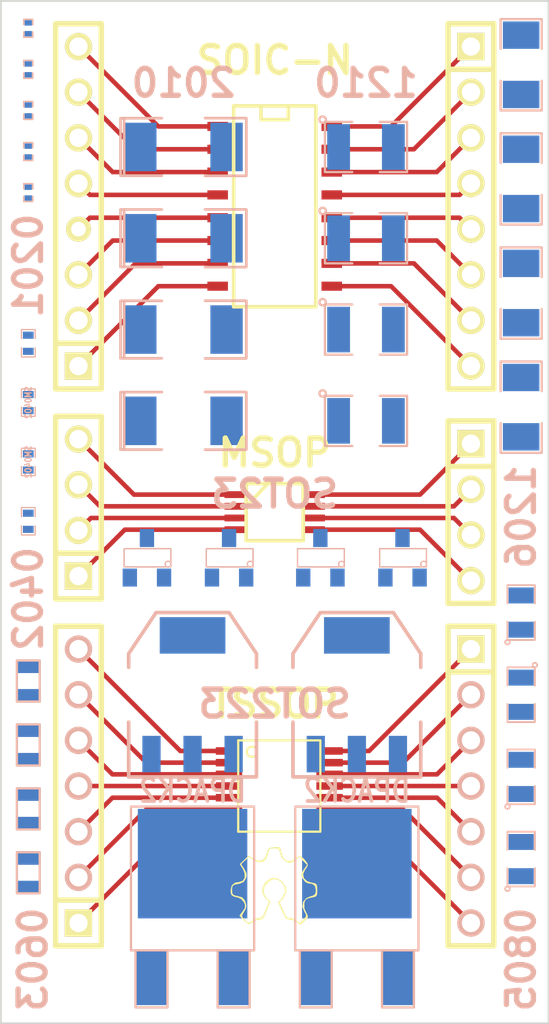
<source format=kicad_pcb>
(kicad_pcb (version 3) (host pcbnew "(2013-07-07 BZR 4022)-stable")

  (general
    (links 38)
    (no_connects 0)
    (area 185.206858 140.665999 218.653142 197.662001)
    (thickness 1.6)
    (drawings 17)
    (tracks 74)
    (zones 0)
    (modules 47)
    (nets 39)
  )

  (page A3)
  (layers
    (15 F.Cu signal)
    (0 B.Cu signal)
    (16 B.Adhes user)
    (17 F.Adhes user)
    (18 B.Paste user)
    (19 F.Paste user)
    (20 B.SilkS user)
    (21 F.SilkS user)
    (22 B.Mask user)
    (23 F.Mask user)
    (24 Dwgs.User user)
    (25 Cmts.User user)
    (26 Eco1.User user)
    (27 Eco2.User user)
    (28 Edge.Cuts user)
  )

  (setup
    (last_trace_width 0.254)
    (trace_clearance 0.254)
    (zone_clearance 0.508)
    (zone_45_only no)
    (trace_min 0.254)
    (segment_width 0.2)
    (edge_width 0.1)
    (via_size 0.889)
    (via_drill 0.635)
    (via_min_size 0.889)
    (via_min_drill 0.508)
    (uvia_size 0.508)
    (uvia_drill 0.127)
    (uvias_allowed no)
    (uvia_min_size 0.508)
    (uvia_min_drill 0.127)
    (pcb_text_width 0.3)
    (pcb_text_size 1.5 1.5)
    (mod_edge_width 0.15)
    (mod_text_size 1 1)
    (mod_text_width 0.15)
    (pad_size 1.524 1.524)
    (pad_drill 1.016)
    (pad_to_mask_clearance 0)
    (aux_axis_origin 0 0)
    (visible_elements 7FFFFFFF)
    (pcbplotparams
      (layerselection 284196865)
      (usegerberextensions true)
      (excludeedgelayer true)
      (linewidth 0.150000)
      (plotframeref false)
      (viasonmask false)
      (mode 1)
      (useauxorigin false)
      (hpglpennumber 1)
      (hpglpenspeed 20)
      (hpglpendiameter 15)
      (hpglpenoverlay 2)
      (psnegative false)
      (psa4output false)
      (plotreference true)
      (plotvalue true)
      (plotothertext true)
      (plotinvisibletext false)
      (padsonsilk false)
      (subtractmaskfromsilk false)
      (outputformat 1)
      (mirror false)
      (drillshape 0)
      (scaleselection 1)
      (outputdirectory gerbers5/))
  )

  (net 0 "")
  (net 1 N-000001)
  (net 2 N-0000010)
  (net 3 N-0000011)
  (net 4 N-0000012)
  (net 5 N-0000013)
  (net 6 N-0000014)
  (net 7 N-0000015)
  (net 8 N-0000016)
  (net 9 N-0000017)
  (net 10 N-0000018)
  (net 11 N-0000019)
  (net 12 N-000002)
  (net 13 N-0000020)
  (net 14 N-0000021)
  (net 15 N-0000022)
  (net 16 N-0000023)
  (net 17 N-0000024)
  (net 18 N-0000025)
  (net 19 N-0000026)
  (net 20 N-0000027)
  (net 21 N-0000028)
  (net 22 N-0000029)
  (net 23 N-000003)
  (net 24 N-0000030)
  (net 25 N-0000031)
  (net 26 N-0000032)
  (net 27 N-0000033)
  (net 28 N-0000034)
  (net 29 N-0000035)
  (net 30 N-0000036)
  (net 31 N-0000037)
  (net 32 N-0000038)
  (net 33 N-000004)
  (net 34 N-000005)
  (net 35 N-000006)
  (net 36 N-000007)
  (net 37 N-000008)
  (net 38 N-000009)

  (net_class Default "This is the default net class."
    (clearance 0.254)
    (trace_width 0.254)
    (via_dia 0.889)
    (via_drill 0.635)
    (uvia_dia 0.508)
    (uvia_drill 0.127)
    (add_net "")
    (add_net N-000001)
    (add_net N-0000010)
    (add_net N-0000011)
    (add_net N-0000012)
    (add_net N-0000013)
    (add_net N-0000014)
    (add_net N-0000015)
    (add_net N-0000016)
    (add_net N-0000017)
    (add_net N-0000018)
    (add_net N-0000019)
    (add_net N-000002)
    (add_net N-0000020)
    (add_net N-0000021)
    (add_net N-0000022)
    (add_net N-0000023)
    (add_net N-0000024)
    (add_net N-0000025)
    (add_net N-0000026)
    (add_net N-0000027)
    (add_net N-0000028)
    (add_net N-0000029)
    (add_net N-000003)
    (add_net N-0000030)
    (add_net N-0000031)
    (add_net N-0000032)
    (add_net N-0000033)
    (add_net N-0000034)
    (add_net N-0000035)
    (add_net N-0000036)
    (add_net N-0000037)
    (add_net N-0000038)
    (add_net N-000004)
    (add_net N-000005)
    (add_net N-000006)
    (add_net N-000007)
    (add_net N-000008)
    (add_net N-000009)
  )

  (module tssop-14 (layer F.Cu) (tedit 52E6F140) (tstamp 52E6E99F)
    (at 202.184 184.404 270)
    (descr TSSOP-14)
    (path /52E6E98C)
    (attr smd)
    (fp_text reference U3 (at 0 0.508 270) (layer F.SilkS) hide
      (effects (font (size 0.70104 0.59944) (thickness 0.11938)))
    )
    (fp_text value CD4541B (at 0 -1.143 270) (layer F.SilkS) hide
      (effects (font (size 1.00076 1.00076) (thickness 0.11938)))
    )
    (fp_circle (center -1.905 1.524) (end -2.032 1.778) (layer F.SilkS) (width 0.127))
    (fp_line (start 2.54 -2.286) (end -2.54 -2.286) (layer F.SilkS) (width 0.127))
    (fp_line (start -2.54 -2.286) (end -2.54 2.286) (layer F.SilkS) (width 0.127))
    (fp_line (start -2.54 2.286) (end 2.54 2.286) (layer F.SilkS) (width 0.127))
    (fp_line (start 2.54 2.286) (end 2.54 -2.286) (layer F.SilkS) (width 0.127))
    (pad 4 smd rect (at 0 2.79908 270) (size 0.4191 1.47066)
      (layers F.Cu F.Paste F.Mask)
      (net 3 N-0000011)
    )
    (pad 5 smd rect (at 0.65024 2.79908 270) (size 0.4191 1.47066)
      (layers F.Cu F.Paste F.Mask)
      (net 2 N-0000010)
    )
    (pad 6 smd rect (at 1.30048 2.79908 270) (size 0.4191 1.47066)
      (layers F.Cu F.Paste F.Mask)
      (net 38 N-000009)
    )
    (pad 7 smd rect (at 1.95072 2.79908 270) (size 0.4191 1.47066)
      (layers F.Cu F.Paste F.Mask)
      (net 37 N-000008)
    )
    (pad 8 smd rect (at 1.95072 -2.79908 270) (size 0.4191 1.47066)
      (layers F.Cu F.Paste F.Mask)
      (net 36 N-000007)
    )
    (pad 1 smd rect (at -1.95072 2.79908 270) (size 0.4191 1.47066)
      (layers F.Cu F.Paste F.Mask)
      (net 6 N-0000014)
    )
    (pad 2 smd rect (at -1.30048 2.79908 270) (size 0.4191 1.47066)
      (layers F.Cu F.Paste F.Mask)
      (net 5 N-0000013)
    )
    (pad 3 smd rect (at -0.65024 2.79908 270) (size 0.4191 1.47066)
      (layers F.Cu F.Paste F.Mask)
      (net 4 N-0000012)
    )
    (pad 9 smd rect (at 1.30048 -2.79908 270) (size 0.4191 1.47066)
      (layers F.Cu F.Paste F.Mask)
      (net 35 N-000006)
    )
    (pad 10 smd rect (at 0.65024 -2.79908 270) (size 0.4191 1.47066)
      (layers F.Cu F.Paste F.Mask)
      (net 34 N-000005)
    )
    (pad 11 smd rect (at 0 -2.79908 270) (size 0.4191 1.47066)
      (layers F.Cu F.Paste F.Mask)
      (net 33 N-000004)
    )
    (pad 12 smd rect (at -0.65024 -2.79908 270) (size 0.4191 1.47066)
      (layers F.Cu F.Paste F.Mask)
      (net 23 N-000003)
    )
    (pad 13 smd rect (at -1.30048 -2.79908 270) (size 0.4191 1.47066)
      (layers F.Cu F.Paste F.Mask)
      (net 12 N-000002)
    )
    (pad 14 smd rect (at -1.95072 -2.79908 270) (size 0.4191 1.47066)
      (layers F.Cu F.Paste F.Mask)
      (net 7 N-0000015)
    )
    (model smd/smd_dil/tssop-14.wrl
      (at (xyz 0 0 0))
      (scale (xyz 1 1 1))
      (rotate (xyz 0 0 0))
    )
  )

  (module SO16N (layer F.Cu) (tedit 52E829D1) (tstamp 52E6E9BA)
    (at 201.93 152.146 270)
    (descr "Module CMS SOJ 16 pins large")
    (tags "CMS SOJ")
    (path /52E58A0A)
    (attr smd)
    (fp_text reference "" (at 0.127 -1.27 270) (layer F.SilkS) hide
      (effects (font (size 1.016 1.016) (thickness 0.2032)))
    )
    (fp_text value "" (at 0 1.27 270) (layer F.SilkS) hide
      (effects (font (size 1.016 1.016) (thickness 0.2032)))
    )
    (fp_line (start -5.588 -0.762) (end -4.826 -0.762) (layer F.SilkS) (width 0.2032))
    (fp_line (start -4.826 -0.762) (end -4.826 0.762) (layer F.SilkS) (width 0.2032))
    (fp_line (start -4.826 0.762) (end -5.588 0.762) (layer F.SilkS) (width 0.2032))
    (fp_line (start 5.588 -2.286) (end 5.588 2.286) (layer F.SilkS) (width 0.2032))
    (fp_line (start 5.588 2.286) (end -5.588 2.286) (layer F.SilkS) (width 0.2032))
    (fp_line (start -5.588 2.286) (end -5.588 -2.286) (layer F.SilkS) (width 0.2032))
    (fp_line (start -5.588 -2.286) (end 5.588 -2.286) (layer F.SilkS) (width 0.2032))
    (pad 16 smd rect (at -4.445 -3.175 270) (size 0.508 1.143)
      (layers F.Cu F.Paste F.Mask)
      (net 32 N-0000038)
    )
    (pad 14 smd rect (at -1.905 -3.175 270) (size 0.508 1.143)
      (layers F.Cu F.Paste F.Mask)
      (net 30 N-0000036)
    )
    (pad 13 smd rect (at -0.635 -3.175 270) (size 0.508 1.143)
      (layers F.Cu F.Paste F.Mask)
      (net 29 N-0000035)
    )
    (pad 12 smd rect (at 0.635 -3.175 270) (size 0.508 1.143)
      (layers F.Cu F.Paste F.Mask)
      (net 28 N-0000034)
    )
    (pad 11 smd rect (at 1.905 -3.175 270) (size 0.508 1.143)
      (layers F.Cu F.Paste F.Mask)
      (net 27 N-0000033)
    )
    (pad 10 smd rect (at 3.175 -3.175 270) (size 0.508 1.143)
      (layers F.Cu F.Paste F.Mask)
      (net 26 N-0000032)
    )
    (pad 9 smd rect (at 4.445 -3.175 270) (size 0.508 1.143)
      (layers F.Cu F.Paste F.Mask)
      (net 25 N-0000031)
    )
    (pad 8 smd rect (at 4.445 3.175 270) (size 0.508 1.143)
      (layers F.Cu F.Paste F.Mask)
      (net 24 N-0000030)
    )
    (pad 7 smd rect (at 3.175 3.175 270) (size 0.508 1.143)
      (layers F.Cu F.Paste F.Mask)
      (net 22 N-0000029)
    )
    (pad 6 smd rect (at 1.905 3.175 270) (size 0.508 1.143)
      (layers F.Cu F.Paste F.Mask)
      (net 21 N-0000028)
    )
    (pad 5 smd rect (at 0.635 3.175 270) (size 0.508 1.143)
      (layers F.Cu F.Paste F.Mask)
      (net 20 N-0000027)
    )
    (pad 4 smd rect (at -0.635 3.175 270) (size 0.508 1.143)
      (layers F.Cu F.Paste F.Mask)
      (net 19 N-0000026)
    )
    (pad 3 smd rect (at -1.905 3.175 270) (size 0.508 1.143)
      (layers F.Cu F.Paste F.Mask)
      (net 18 N-0000025)
    )
    (pad 2 smd rect (at -3.175 3.175 270) (size 0.508 1.143)
      (layers F.Cu F.Paste F.Mask)
      (net 16 N-0000023)
    )
    (pad 1 smd rect (at -4.445 3.175 270) (size 0.508 1.143)
      (layers F.Cu F.Paste F.Mask)
      (net 17 N-0000024)
    )
    (pad 15 smd rect (at -3.175 -3.175 270) (size 0.508 1.143)
      (layers F.Cu F.Paste F.Mask)
      (net 31 N-0000037)
    )
    (model smd/cms_so16.wrl
      (at (xyz 0 0 0))
      (scale (xyz 0.5 0.4 0.5))
      (rotate (xyz 0 0 0))
    )
  )

  (module SIL-8 (layer F.Cu) (tedit 52E82BE5) (tstamp 52E6E9CB)
    (at 212.852 152.146 270)
    (descr "Connecteur 8 pins")
    (tags "CONN DEV")
    (path /52E587B6)
    (fp_text reference "" (at -6.35 -2.54 270) (layer F.SilkS) hide
      (effects (font (size 1.72974 1.08712) (thickness 0.27178)))
    )
    (fp_text value "" (at 5.08 -2.54 270) (layer F.SilkS) hide
      (effects (font (size 1.524 1.016) (thickness 0.254)))
    )
    (fp_line (start -10.16 -1.27) (end 10.16 -1.27) (layer F.SilkS) (width 0.3048))
    (fp_line (start 10.16 -1.27) (end 10.16 1.27) (layer F.SilkS) (width 0.3048))
    (fp_line (start 10.16 1.27) (end -10.16 1.27) (layer F.SilkS) (width 0.3048))
    (fp_line (start -10.16 1.27) (end -10.16 -1.27) (layer F.SilkS) (width 0.3048))
    (fp_line (start -7.62 1.27) (end -7.62 -1.27) (layer F.SilkS) (width 0.3048))
    (pad 1 thru_hole rect (at -8.89 0 270) (size 1.524 1.524) (drill 1.016)
      (layers *.Cu *.Mask F.SilkS)
      (net 32 N-0000038)
    )
    (pad 2 thru_hole circle (at -6.35 0 270) (size 1.524 1.524) (drill 1.016)
      (layers *.Cu *.Mask F.SilkS)
      (net 31 N-0000037)
    )
    (pad 3 thru_hole circle (at -3.81 0 270) (size 1.524 1.524) (drill 1.016)
      (layers *.Cu *.Mask F.SilkS)
      (net 30 N-0000036)
    )
    (pad 4 thru_hole circle (at -1.27 0 270) (size 1.524 1.524) (drill 1.016)
      (layers *.Cu *.Mask F.SilkS)
      (net 29 N-0000035)
    )
    (pad 5 thru_hole circle (at 1.27 0 270) (size 1.524 1.524) (drill 1.016)
      (layers *.Cu *.Mask F.SilkS)
      (net 28 N-0000034)
    )
    (pad 6 thru_hole circle (at 3.81 0 270) (size 1.524 1.524) (drill 1.016)
      (layers *.Cu *.Mask F.SilkS)
      (net 27 N-0000033)
    )
    (pad 7 thru_hole circle (at 6.35 0 270) (size 1.524 1.524) (drill 1.016)
      (layers *.Cu *.Mask F.SilkS)
      (net 26 N-0000032)
    )
    (pad 8 thru_hole circle (at 8.89 0 270) (size 1.524 1.524) (drill 1.016)
      (layers *.Cu *.Mask F.SilkS)
      (net 25 N-0000031)
    )
  )

  (module SIL-8 (layer F.Cu) (tedit 52E82A37) (tstamp 52E6E9DC)
    (at 191.008 152.146 90)
    (descr "Connecteur 8 pins")
    (tags "CONN DEV")
    (path /52E587C3)
    (fp_text reference "" (at -6.35 -2.54 90) (layer F.SilkS) hide
      (effects (font (size 1.72974 1.08712) (thickness 0.27178)))
    )
    (fp_text value "" (at 5.08 -2.54 90) (layer F.SilkS) hide
      (effects (font (size 1.524 1.016) (thickness 0.254)))
    )
    (fp_line (start -10.16 -1.27) (end 10.16 -1.27) (layer F.SilkS) (width 0.3048))
    (fp_line (start 10.16 -1.27) (end 10.16 1.27) (layer F.SilkS) (width 0.3048))
    (fp_line (start 10.16 1.27) (end -10.16 1.27) (layer F.SilkS) (width 0.3048))
    (fp_line (start -10.16 1.27) (end -10.16 -1.27) (layer F.SilkS) (width 0.3048))
    (fp_line (start -7.62 1.27) (end -7.62 -1.27) (layer F.SilkS) (width 0.3048))
    (pad 1 thru_hole rect (at -8.89 0 90) (size 1.524 1.524) (drill 1.016)
      (layers *.Cu *.Mask F.SilkS)
      (net 24 N-0000030)
    )
    (pad 2 thru_hole circle (at -6.35 0 90) (size 1.524 1.524) (drill 1.016)
      (layers *.Cu *.Mask F.SilkS)
      (net 22 N-0000029)
    )
    (pad 3 thru_hole circle (at -3.81 0 90) (size 1.524 1.524) (drill 1.016)
      (layers *.Cu *.Mask F.SilkS)
      (net 21 N-0000028)
    )
    (pad 4 thru_hole circle (at -1.27 0 90) (size 1.397 1.397) (drill 0.8128)
      (layers *.Cu *.Mask F.SilkS)
      (net 20 N-0000027)
    )
    (pad 5 thru_hole circle (at 1.27 0 90) (size 1.524 1.524) (drill 1.016)
      (layers *.Cu *.Mask F.SilkS)
      (net 19 N-0000026)
    )
    (pad 6 thru_hole circle (at 3.81 0 90) (size 1.524 1.524) (drill 1.016)
      (layers *.Cu *.Mask F.SilkS)
      (net 18 N-0000025)
    )
    (pad 7 thru_hole circle (at 6.35 0 90) (size 1.524 1.524) (drill 1.016)
      (layers *.Cu *.Mask F.SilkS)
      (net 16 N-0000023)
    )
    (pad 8 thru_hole circle (at 8.89 0 90) (size 1.524 1.524) (drill 1.016)
      (layers *.Cu *.Mask F.SilkS)
      (net 17 N-0000024)
    )
  )

  (module SIL-7 (layer F.Cu) (tedit 52E82C95) (tstamp 52E6E9EE)
    (at 212.852 184.404 270)
    (descr "Connecteur 7 pins")
    (tags "CONN DEV")
    (path /52E6E99B)
    (fp_text reference "" (at 0 -2.54 270) (layer F.SilkS) hide
      (effects (font (size 1.72974 1.08712) (thickness 0.27178)))
    )
    (fp_text value "" (at 0 -2.54 270) (layer F.SilkS) hide
      (effects (font (size 1.524 1.016) (thickness 0.254)))
    )
    (fp_line (start -8.89 -1.27) (end -8.89 -1.27) (layer F.SilkS) (width 0.3048))
    (fp_line (start -8.89 -1.27) (end 8.89 -1.27) (layer F.SilkS) (width 0.3048))
    (fp_line (start 8.89 -1.27) (end 8.89 1.27) (layer F.SilkS) (width 0.3048))
    (fp_line (start 8.89 1.27) (end -8.89 1.27) (layer F.SilkS) (width 0.3048))
    (fp_line (start -8.89 1.27) (end -8.89 -1.27) (layer F.SilkS) (width 0.3048))
    (fp_line (start -6.35 1.27) (end -6.35 1.27) (layer F.SilkS) (width 0.3048))
    (fp_line (start -6.35 1.27) (end -6.35 -1.27) (layer F.SilkS) (width 0.3048))
    (pad 1 thru_hole rect (at -7.62 0 270) (size 1.524 1.524) (drill 1.016)
      (layers *.Cu *.Mask F.SilkS)
      (net 7 N-0000015)
    )
    (pad 2 thru_hole circle (at -5.08 0 270) (size 1.524 1.524) (drill 1.016)
      (layers *.Cu *.SilkS *.Mask)
      (net 12 N-000002)
    )
    (pad 3 thru_hole circle (at -2.54 0 270) (size 1.524 1.524) (drill 1.016)
      (layers *.Cu *.SilkS *.Mask)
      (net 23 N-000003)
    )
    (pad 4 thru_hole circle (at 0 0 270) (size 1.524 1.524) (drill 1.016)
      (layers *.Cu *.SilkS *.Mask)
      (net 33 N-000004)
    )
    (pad 5 thru_hole circle (at 2.54 0 270) (size 1.524 1.524) (drill 1.016)
      (layers *.Cu *.SilkS *.Mask)
      (net 34 N-000005)
    )
    (pad 6 thru_hole circle (at 5.08 0 270) (size 1.524 1.524) (drill 1.016)
      (layers *.Cu *.SilkS *.Mask)
      (net 35 N-000006)
    )
    (pad 7 thru_hole circle (at 7.62 0 270) (size 1.524 1.524) (drill 1.016)
      (layers *.Cu *.SilkS *.Mask)
      (net 36 N-000007)
    )
  )

  (module SIL-7 (layer F.Cu) (tedit 52E82B77) (tstamp 52E6EA00)
    (at 191.008 184.404 90)
    (descr "Connecteur 7 pins")
    (tags "CONN DEV")
    (path /52E6E9A8)
    (fp_text reference "" (at 0 -2.54 90) (layer F.SilkS) hide
      (effects (font (size 1.72974 1.08712) (thickness 0.27178)))
    )
    (fp_text value "" (at 0 -2.54 90) (layer F.SilkS) hide
      (effects (font (size 1.524 1.016) (thickness 0.254)))
    )
    (fp_line (start -8.89 -1.27) (end -8.89 -1.27) (layer F.SilkS) (width 0.3048))
    (fp_line (start -8.89 -1.27) (end 8.89 -1.27) (layer F.SilkS) (width 0.3048))
    (fp_line (start 8.89 -1.27) (end 8.89 1.27) (layer F.SilkS) (width 0.3048))
    (fp_line (start 8.89 1.27) (end -8.89 1.27) (layer F.SilkS) (width 0.3048))
    (fp_line (start -8.89 1.27) (end -8.89 -1.27) (layer F.SilkS) (width 0.3048))
    (fp_line (start -6.35 1.27) (end -6.35 1.27) (layer F.SilkS) (width 0.3048))
    (fp_line (start -6.35 1.27) (end -6.35 -1.27) (layer F.SilkS) (width 0.3048))
    (pad 1 thru_hole rect (at -7.62 0 90) (size 1.524 1.524) (drill 1.016)
      (layers *.Cu *.Mask F.SilkS)
      (net 37 N-000008)
    )
    (pad 2 thru_hole circle (at -5.08 0 90) (size 1.524 1.524) (drill 1.016)
      (layers *.Cu *.SilkS *.Mask)
      (net 38 N-000009)
    )
    (pad 3 thru_hole circle (at -2.54 0 90) (size 1.524 1.524) (drill 1.016)
      (layers *.Cu *.SilkS *.Mask)
      (net 2 N-0000010)
    )
    (pad 4 thru_hole circle (at 0 0 90) (size 1.524 1.524) (drill 1.016)
      (layers *.Cu *.SilkS *.Mask)
      (net 3 N-0000011)
    )
    (pad 5 thru_hole circle (at 2.54 0 90) (size 1.524 1.524) (drill 1.016)
      (layers *.Cu *.SilkS *.Mask)
      (net 4 N-0000012)
    )
    (pad 6 thru_hole circle (at 5.08 0 90) (size 1.524 1.524) (drill 1.016)
      (layers *.Cu *.SilkS *.Mask)
      (net 5 N-0000013)
    )
    (pad 7 thru_hole circle (at 7.62 0 90) (size 1.524 1.524) (drill 1.016)
      (layers *.Cu *.SilkS *.Mask)
      (net 6 N-0000014)
    )
  )

  (module SIL-4 (layer F.Cu) (tedit 52E82C20) (tstamp 52E6EA0F)
    (at 212.852 169.164 270)
    (descr "Connecteur 4 pibs")
    (tags "CONN DEV")
    (path /52E6DF9C)
    (fp_text reference "" (at 0 -2.54 270) (layer F.SilkS) hide
      (effects (font (size 1.73482 1.08712) (thickness 0.27178)))
    )
    (fp_text value "" (at 0 -2.54 270) (layer F.SilkS) hide
      (effects (font (size 1.524 1.016) (thickness 0.254)))
    )
    (fp_line (start -5.08 -1.27) (end -5.08 -1.27) (layer F.SilkS) (width 0.3048))
    (fp_line (start -5.08 1.27) (end -5.08 -1.27) (layer F.SilkS) (width 0.3048))
    (fp_line (start -5.08 -1.27) (end -5.08 -1.27) (layer F.SilkS) (width 0.3048))
    (fp_line (start -5.08 -1.27) (end 5.08 -1.27) (layer F.SilkS) (width 0.3048))
    (fp_line (start 5.08 -1.27) (end 5.08 1.27) (layer F.SilkS) (width 0.3048))
    (fp_line (start 5.08 1.27) (end -5.08 1.27) (layer F.SilkS) (width 0.3048))
    (fp_line (start -2.54 1.27) (end -2.54 -1.27) (layer F.SilkS) (width 0.3048))
    (pad 1 thru_hole rect (at -3.81 0 270) (size 1.524 1.524) (drill 1.016)
      (layers *.Cu *.Mask F.SilkS)
      (net 10 N-0000018)
    )
    (pad 2 thru_hole circle (at -1.27 0 270) (size 1.524 1.524) (drill 1.016)
      (layers *.Cu *.Mask F.SilkS)
      (net 9 N-0000017)
    )
    (pad 3 thru_hole circle (at 1.27 0 270) (size 1.524 1.524) (drill 1.016)
      (layers *.Cu *.Mask F.SilkS)
      (net 8 N-0000016)
    )
    (pad 4 thru_hole circle (at 3.81 0 270) (size 1.524 1.524) (drill 1.016)
      (layers *.Cu *.Mask F.SilkS)
      (net 1 N-000001)
    )
  )

  (module SIL-4 (layer F.Cu) (tedit 52E82B1D) (tstamp 52E6EA1E)
    (at 191.008 168.91 90)
    (descr "Connecteur 4 pibs")
    (tags "CONN DEV")
    (path /52E6DFA9)
    (fp_text reference "" (at 0 -2.54 90) (layer F.SilkS) hide
      (effects (font (size 1.73482 1.08712) (thickness 0.27178)))
    )
    (fp_text value "" (at 0 -2.54 90) (layer F.SilkS) hide
      (effects (font (size 1.524 1.016) (thickness 0.254)))
    )
    (fp_line (start -5.08 -1.27) (end -5.08 -1.27) (layer F.SilkS) (width 0.3048))
    (fp_line (start -5.08 1.27) (end -5.08 -1.27) (layer F.SilkS) (width 0.3048))
    (fp_line (start -5.08 -1.27) (end -5.08 -1.27) (layer F.SilkS) (width 0.3048))
    (fp_line (start -5.08 -1.27) (end 5.08 -1.27) (layer F.SilkS) (width 0.3048))
    (fp_line (start 5.08 -1.27) (end 5.08 1.27) (layer F.SilkS) (width 0.3048))
    (fp_line (start 5.08 1.27) (end -5.08 1.27) (layer F.SilkS) (width 0.3048))
    (fp_line (start -2.54 1.27) (end -2.54 -1.27) (layer F.SilkS) (width 0.3048))
    (pad 1 thru_hole rect (at -3.81 0 90) (size 1.524 1.524) (drill 1.016)
      (layers *.Cu *.Mask F.SilkS)
      (net 11 N-0000019)
    )
    (pad 2 thru_hole circle (at -1.27 0 90) (size 1.524 1.524) (drill 1.016)
      (layers *.Cu *.Mask F.SilkS)
      (net 13 N-0000020)
    )
    (pad 3 thru_hole circle (at 1.27 0 90) (size 1.524 1.524) (drill 1.016)
      (layers *.Cu *.Mask F.SilkS)
      (net 14 N-0000021)
    )
    (pad 4 thru_hole circle (at 3.81 0 90) (size 1.524 1.524) (drill 1.016)
      (layers *.Cu *.Mask F.SilkS)
      (net 15 N-0000022)
    )
  )

  (module MSOP_8 (layer F.Cu) (tedit 52E8308C) (tstamp 52E6EA2F)
    (at 201.93 169.164 270)
    (path /52E5A312)
    (fp_text reference "" (at 0 0.635 270) (layer F.SilkS) hide
      (effects (font (size 1.00076 1.00076) (thickness 0.1524)))
    )
    (fp_text value "" (at 0 -0.762 270) (layer F.SilkS) hide
      (effects (font (size 1.00076 1.00076) (thickness 0.127)))
    )
    (fp_line (start -0.3175 1.5875) (end -1.5875 0.381) (layer F.SilkS) (width 0.2032))
    (fp_line (start -1.5875 1.5875) (end 1.5875 1.5875) (layer F.SilkS) (width 0.2032))
    (fp_line (start 1.5875 1.5875) (end 1.5875 -1.5875) (layer F.SilkS) (width 0.2032))
    (fp_line (start 1.5875 -1.5875) (end -1.5875 -1.5875) (layer F.SilkS) (width 0.2032))
    (fp_line (start -1.5875 -1.5875) (end -1.5875 1.5875) (layer F.SilkS) (width 0.2032))
    (pad 1 smd rect (at -0.97536 2.159 270) (size 0.381 1.27)
      (layers F.Cu F.Paste F.Mask)
      (net 15 N-0000022)
    )
    (pad 2 smd rect (at -0.32512 2.159 270) (size 0.381 1.27)
      (layers F.Cu F.Paste F.Mask)
      (net 14 N-0000021)
    )
    (pad 3 smd rect (at 0.32512 2.159 270) (size 0.381 1.27)
      (layers F.Cu F.Paste F.Mask)
      (net 13 N-0000020)
    )
    (pad 4 smd rect (at 0.97536 2.159 270) (size 0.381 1.27)
      (layers F.Cu F.Paste F.Mask)
      (net 11 N-0000019)
    )
    (pad 5 smd rect (at 0.97536 -2.159 270) (size 0.381 1.27)
      (layers F.Cu F.Paste F.Mask)
      (net 1 N-000001)
    )
    (pad 6 smd rect (at 0.32512 -2.159 270) (size 0.381 1.27)
      (layers F.Cu F.Paste F.Mask)
      (net 8 N-0000016)
    )
    (pad 7 smd rect (at -0.32512 -2.159 270) (size 0.381 1.27)
      (layers F.Cu F.Paste F.Mask)
      (net 9 N-0000017)
    )
    (pad 8 smd rect (at -0.97536 -2.159 270) (size 0.381 1.27)
      (layers F.Cu F.Paste F.Mask)
      (net 10 N-0000018)
    )
    (model smd/MSOP_8.wrl
      (at (xyz 0 0 0.001))
      (scale (xyz 0.3937 0.3937 0.3937))
      (rotate (xyz 0 0 0))
    )
  )

  (module DPAK2 (layer B.Cu) (tedit 52E83347) (tstamp 52E8C0FF)
    (at 197.358 195.072 180)
    (descr "MOS boitier DPACK G-D-S")
    (tags "CMD DPACK")
    (attr smd)
    (fp_text reference DPACK2 (at 0 10.414 180) (layer B.SilkS)
      (effects (font (size 1.27 1.016) (thickness 0.2032)) (justify mirror))
    )
    (fp_text value "" (at 0 2.413 180) (layer B.SilkS) hide
      (effects (font (size 1.016 1.016) (thickness 0.2032)) (justify mirror))
    )
    (fp_line (start 1.397 1.524) (end 1.397 -1.651) (layer B.SilkS) (width 0.127))
    (fp_line (start 1.397 -1.651) (end 3.175 -1.651) (layer B.SilkS) (width 0.127))
    (fp_line (start 3.175 -1.651) (end 3.175 1.524) (layer B.SilkS) (width 0.127))
    (fp_line (start -3.175 1.524) (end -3.175 -1.651) (layer B.SilkS) (width 0.127))
    (fp_line (start -3.175 -1.651) (end -1.397 -1.651) (layer B.SilkS) (width 0.127))
    (fp_line (start -1.397 -1.651) (end -1.397 1.524) (layer B.SilkS) (width 0.127))
    (fp_line (start 3.429 7.62) (end 3.429 1.524) (layer B.SilkS) (width 0.127))
    (fp_line (start 3.429 1.524) (end -3.429 1.524) (layer B.SilkS) (width 0.127))
    (fp_line (start -3.429 1.524) (end -3.429 9.398) (layer B.SilkS) (width 0.127))
    (fp_line (start -3.429 9.525) (end 3.429 9.525) (layer B.SilkS) (width 0.127))
    (fp_line (start 3.429 9.398) (end 3.429 7.62) (layer B.SilkS) (width 0.127))
    (pad 1 smd rect (at -2.286 0 180) (size 1.651 3.048)
      (layers B.Cu B.Paste B.Mask)
    )
    (pad 2 smd rect (at 0 6.35 180) (size 6.096 6.096)
      (layers B.Cu B.Paste B.Mask)
    )
    (pad 3 smd rect (at 2.286 0 180) (size 1.651 3.048)
      (layers B.Cu B.Paste B.Mask)
    )
    (model smd/dpack_2.wrl
      (at (xyz 0 0 0))
      (scale (xyz 1 1 1))
      (rotate (xyz 0 0 0))
    )
  )

  (module SOT23 (layer B.Cu) (tedit 52E8304D) (tstamp 52E9D8F8)
    (at 194.818 171.704 180)
    (tags SOT23)
    (fp_text reference "" (at 1.99898 0.09906 450) (layer B.SilkS) hide
      (effects (font (size 0.762 0.762) (thickness 0.11938)) (justify mirror))
    )
    (fp_text value "" (at 0.0635 0 180) (layer B.SilkS) hide
      (effects (font (size 0.50038 0.50038) (thickness 0.09906)) (justify mirror))
    )
    (fp_circle (center -1.17602 -0.35052) (end -1.30048 -0.44958) (layer B.SilkS) (width 0.07874))
    (fp_line (start 1.27 0.508) (end 1.27 -0.508) (layer B.SilkS) (width 0.07874))
    (fp_line (start -1.3335 0.508) (end -1.3335 -0.508) (layer B.SilkS) (width 0.07874))
    (fp_line (start 1.27 -0.508) (end -1.3335 -0.508) (layer B.SilkS) (width 0.07874))
    (fp_line (start -1.3335 0.508) (end 1.27 0.508) (layer B.SilkS) (width 0.07874))
    (pad 3 smd rect (at 0 1.09982 180) (size 0.8001 1.00076)
      (layers B.Cu B.Paste B.Mask)
    )
    (pad 2 smd rect (at 0.9525 -1.09982 180) (size 0.8001 1.00076)
      (layers B.Cu B.Paste B.Mask)
    )
    (pad 1 smd rect (at -0.9525 -1.09982 180) (size 0.8001 1.00076)
      (layers B.Cu B.Paste B.Mask)
    )
    (model smd\SOT23_3.wrl
      (at (xyz 0 0 0))
      (scale (xyz 0.4 0.4 0.4))
      (rotate (xyz 0 0 180))
    )
  )

  (module SOT223 (layer B.Cu) (tedit 52E8330E) (tstamp 52EA363B)
    (at 197.358 179.324 180)
    (descr "module CMS SOT223 4 pins")
    (tags "CMS SOT")
    (attr smd)
    (fp_text reference "" (at 0 0.762 180) (layer B.SilkS) hide
      (effects (font (size 1.016 1.016) (thickness 0.2032)) (justify mirror))
    )
    (fp_text value "" (at 0 -0.762 180) (layer B.SilkS) hide
      (effects (font (size 1.016 1.016) (thickness 0.2032)) (justify mirror))
    )
    (fp_line (start -3.556 -1.524) (end -3.556 -4.572) (layer B.SilkS) (width 0.2032))
    (fp_line (start -3.556 -4.572) (end 3.556 -4.572) (layer B.SilkS) (width 0.2032))
    (fp_line (start 3.556 -4.572) (end 3.556 -1.524) (layer B.SilkS) (width 0.2032))
    (fp_line (start -3.556 1.524) (end -3.556 2.286) (layer B.SilkS) (width 0.2032))
    (fp_line (start -3.556 2.286) (end -2.032 4.572) (layer B.SilkS) (width 0.2032))
    (fp_line (start -2.032 4.572) (end 2.032 4.572) (layer B.SilkS) (width 0.2032))
    (fp_line (start 2.032 4.572) (end 3.556 2.286) (layer B.SilkS) (width 0.2032))
    (fp_line (start 3.556 2.286) (end 3.556 1.524) (layer B.SilkS) (width 0.2032))
    (pad 4 smd rect (at 0 3.302 180) (size 3.6576 2.032)
      (layers B.Cu B.Paste B.Mask)
    )
    (pad 2 smd rect (at 0 -3.302 180) (size 1.016 2.032)
      (layers B.Cu B.Paste B.Mask)
    )
    (pad 3 smd rect (at 2.286 -3.302 180) (size 1.016 2.032)
      (layers B.Cu B.Paste B.Mask)
    )
    (pad 1 smd rect (at -2.286 -3.302 180) (size 1.016 2.032)
      (layers B.Cu B.Paste B.Mask)
    )
    (model smd/SOT223.wrl
      (at (xyz 0 0 0))
      (scale (xyz 0.4 0.4 0.4))
      (rotate (xyz 0 0 0))
    )
  )

  (module SM0402 (layer B.Cu) (tedit 52E82F72) (tstamp 52EAF0D5)
    (at 188.214 159.766 90)
    (attr smd)
    (fp_text reference "" (at 0 0 90) (layer B.SilkS)
      (effects (font (size 0.35052 0.3048) (thickness 0.07112)) (justify mirror))
    )
    (fp_text value "" (at 0.09906 0 180) (layer B.SilkS) hide
      (effects (font (size 0.35052 0.3048) (thickness 0.07112)) (justify mirror))
    )
    (fp_line (start -0.254 0.381) (end -0.762 0.381) (layer B.SilkS) (width 0.07112))
    (fp_line (start -0.762 0.381) (end -0.762 -0.381) (layer B.SilkS) (width 0.07112))
    (fp_line (start -0.762 -0.381) (end -0.254 -0.381) (layer B.SilkS) (width 0.07112))
    (fp_line (start 0.254 0.381) (end 0.762 0.381) (layer B.SilkS) (width 0.07112))
    (fp_line (start 0.762 0.381) (end 0.762 -0.381) (layer B.SilkS) (width 0.07112))
    (fp_line (start 0.762 -0.381) (end 0.254 -0.381) (layer B.SilkS) (width 0.07112))
    (pad 1 smd rect (at -0.44958 0 90) (size 0.39878 0.59944)
      (layers B.Cu B.Paste B.Mask)
    )
    (pad 2 smd rect (at 0.44958 0 90) (size 0.39878 0.59944)
      (layers B.Cu B.Paste B.Mask)
    )
    (model smd\chip_cms.wrl
      (at (xyz 0 0 0.002))
      (scale (xyz 0.05 0.05 0.05))
      (rotate (xyz 0 0 0))
    )
  )

  (module SM0201_r (layer B.Cu) (tedit 52E82E16) (tstamp 52EB4E15)
    (at 188.214 142.24 90)
    (attr smd)
    (fp_text reference "" (at 0 0 90) (layer B.SilkS)
      (effects (font (size 0.2 0.2) (thickness 0.05)) (justify mirror))
    )
    (fp_text value "" (at 0 0 90) (layer B.SilkS) hide
      (effects (font (size 0.2 0.2) (thickness 0.05)) (justify mirror))
    )
    (fp_line (start 0.2 0.25) (end 0.45 0.25) (layer B.SilkS) (width 0.08))
    (fp_line (start 0.45 0.25) (end 0.5 0.25) (layer B.SilkS) (width 0.08))
    (fp_line (start 0.5 0.25) (end 0.5 -0.25) (layer B.SilkS) (width 0.08))
    (fp_line (start 0.5 -0.25) (end 0.2 -0.25) (layer B.SilkS) (width 0.08))
    (fp_line (start -0.2 0.25) (end -0.5 0.25) (layer B.SilkS) (width 0.08))
    (fp_line (start -0.5 0.25) (end -0.5 -0.25) (layer B.SilkS) (width 0.08))
    (fp_line (start -0.5 -0.25) (end -0.2 -0.25) (layer B.SilkS) (width 0.08))
    (pad 1 smd rect (at -0.3 0 90) (size 0.3 0.4)
      (layers B.Cu B.Paste B.Mask)
    )
    (pad 2 smd rect (at 0.3 0 90) (size 0.3 0.4)
      (layers B.Cu B.Paste B.Mask)
    )
    (model smd/resistors/R0201.wrl
      (at (xyz 0 0 0))
      (scale (xyz 0.18 0.18 0.18))
      (rotate (xyz 0 0 0))
    )
  )

  (module SM0805 (layer B.Cu) (tedit 52E8343E) (tstamp 52EBAB56)
    (at 215.646 183.896 90)
    (attr smd)
    (fp_text reference "" (at 0 0.3175 180) (layer B.SilkS) hide
      (effects (font (size 0.50038 0.50038) (thickness 0.10922)) (justify mirror))
    )
    (fp_text value "" (at 0 -0.381 90) (layer B.SilkS) hide
      (effects (font (size 0.50038 0.50038) (thickness 0.10922)) (justify mirror))
    )
    (fp_circle (center -1.651 -0.762) (end -1.651 -0.635) (layer B.SilkS) (width 0.09906))
    (fp_line (start -0.508 -0.762) (end -1.524 -0.762) (layer B.SilkS) (width 0.09906))
    (fp_line (start -1.524 -0.762) (end -1.524 0.762) (layer B.SilkS) (width 0.09906))
    (fp_line (start -1.524 0.762) (end -0.508 0.762) (layer B.SilkS) (width 0.09906))
    (fp_line (start 0.508 0.762) (end 1.524 0.762) (layer B.SilkS) (width 0.09906))
    (fp_line (start 1.524 0.762) (end 1.524 -0.762) (layer B.SilkS) (width 0.09906))
    (fp_line (start 1.524 -0.762) (end 0.508 -0.762) (layer B.SilkS) (width 0.09906))
    (pad 1 smd rect (at -0.9525 0 90) (size 0.889 1.397)
      (layers B.Cu B.Paste B.Mask)
    )
    (pad 2 smd rect (at 0.9525 0 90) (size 0.889 1.397)
      (layers B.Cu B.Paste B.Mask)
    )
    (model smd/chip_cms.wrl
      (at (xyz 0 0 0))
      (scale (xyz 0.1 0.1 0.1))
      (rotate (xyz 0 0 0))
    )
  )

  (module SM1206 (layer B.Cu) (tedit 52E834C1) (tstamp 52EC0896)
    (at 215.646 163.322 90)
    (attr smd)
    (fp_text reference "" (at 0 0 90) (layer B.SilkS) hide
      (effects (font (size 0.762 0.762) (thickness 0.127)) (justify mirror))
    )
    (fp_text value "" (at 0 0 90) (layer B.SilkS) hide
      (effects (font (size 0.762 0.762) (thickness 0.127)) (justify mirror))
    )
    (fp_line (start -2.54 1.143) (end -2.54 -1.143) (layer B.SilkS) (width 0.127))
    (fp_line (start -2.54 -1.143) (end -0.889 -1.143) (layer B.SilkS) (width 0.127))
    (fp_line (start 0.889 1.143) (end 2.54 1.143) (layer B.SilkS) (width 0.127))
    (fp_line (start 2.54 1.143) (end 2.54 -1.143) (layer B.SilkS) (width 0.127))
    (fp_line (start 2.54 -1.143) (end 0.889 -1.143) (layer B.SilkS) (width 0.127))
    (fp_line (start -0.889 1.143) (end -2.54 1.143) (layer B.SilkS) (width 0.127))
    (pad 1 smd rect (at -1.651 0 90) (size 1.524 2.032)
      (layers B.Cu B.Paste B.Mask)
    )
    (pad 2 smd rect (at 1.651 0 90) (size 1.524 2.032)
      (layers B.Cu B.Paste B.Mask)
    )
    (model smd/chip_cms.wrl
      (at (xyz 0 0 0))
      (scale (xyz 0.17 0.16 0.16))
      (rotate (xyz 0 0 0))
    )
  )

  (module SM1210 (layer B.Cu) (tedit 52E8382F) (tstamp 52EC65D6)
    (at 207.01 148.844)
    (tags "CMS SM")
    (attr smd)
    (fp_text reference "" (at 0 0.508) (layer B.SilkS) hide
      (effects (font (size 0.762 0.762) (thickness 0.127)) (justify mirror))
    )
    (fp_text value "" (at 0 -0.508) (layer B.SilkS) hide
      (effects (font (size 0.762 0.762) (thickness 0.127)) (justify mirror))
    )
    (fp_circle (center -2.413 -1.524) (end -2.286 -1.397) (layer B.SilkS) (width 0.127))
    (fp_line (start -0.762 1.397) (end -2.286 1.397) (layer B.SilkS) (width 0.127))
    (fp_line (start -2.286 1.397) (end -2.286 -1.397) (layer B.SilkS) (width 0.127))
    (fp_line (start -2.286 -1.397) (end -0.762 -1.397) (layer B.SilkS) (width 0.127))
    (fp_line (start 0.762 -1.397) (end 2.286 -1.397) (layer B.SilkS) (width 0.127))
    (fp_line (start 2.286 -1.397) (end 2.286 1.397) (layer B.SilkS) (width 0.127))
    (fp_line (start 2.286 1.397) (end 0.762 1.397) (layer B.SilkS) (width 0.127))
    (pad 1 smd rect (at -1.524 0) (size 1.27 2.54)
      (layers B.Cu B.Paste B.Mask)
    )
    (pad 2 smd rect (at 1.524 0) (size 1.27 2.54)
      (layers B.Cu B.Paste B.Mask)
    )
    (model smd/chip_cms.wrl
      (at (xyz 0 0 0))
      (scale (xyz 0.17 0.2 0.17))
      (rotate (xyz 0 0 0))
    )
  )

  (module DPAK2 (layer B.Cu) (tedit 52E8334C) (tstamp 52EFAE56)
    (at 206.502 195.072 180)
    (descr "MOS boitier DPACK G-D-S")
    (tags "CMD DPACK")
    (attr smd)
    (fp_text reference DPACK2 (at 0 10.414 180) (layer B.SilkS)
      (effects (font (size 1.27 1.016) (thickness 0.2032)) (justify mirror))
    )
    (fp_text value "" (at 0 2.413 180) (layer B.SilkS) hide
      (effects (font (size 1.016 1.016) (thickness 0.2032)) (justify mirror))
    )
    (fp_line (start 1.397 1.524) (end 1.397 -1.651) (layer B.SilkS) (width 0.127))
    (fp_line (start 1.397 -1.651) (end 3.175 -1.651) (layer B.SilkS) (width 0.127))
    (fp_line (start 3.175 -1.651) (end 3.175 1.524) (layer B.SilkS) (width 0.127))
    (fp_line (start -3.175 1.524) (end -3.175 -1.651) (layer B.SilkS) (width 0.127))
    (fp_line (start -3.175 -1.651) (end -1.397 -1.651) (layer B.SilkS) (width 0.127))
    (fp_line (start -1.397 -1.651) (end -1.397 1.524) (layer B.SilkS) (width 0.127))
    (fp_line (start 3.429 7.62) (end 3.429 1.524) (layer B.SilkS) (width 0.127))
    (fp_line (start 3.429 1.524) (end -3.429 1.524) (layer B.SilkS) (width 0.127))
    (fp_line (start -3.429 1.524) (end -3.429 9.398) (layer B.SilkS) (width 0.127))
    (fp_line (start -3.429 9.525) (end 3.429 9.525) (layer B.SilkS) (width 0.127))
    (fp_line (start 3.429 9.398) (end 3.429 7.62) (layer B.SilkS) (width 0.127))
    (pad 1 smd rect (at -2.286 0 180) (size 1.651 3.048)
      (layers B.Cu B.Paste B.Mask)
    )
    (pad 2 smd rect (at 0 6.35 180) (size 6.096 6.096)
      (layers B.Cu B.Paste B.Mask)
    )
    (pad 3 smd rect (at 2.286 0 180) (size 1.651 3.048)
      (layers B.Cu B.Paste B.Mask)
    )
    (model smd/dpack_2.wrl
      (at (xyz 0 0 0))
      (scale (xyz 1 1 1))
      (rotate (xyz 0 0 0))
    )
  )

  (module SOT223 (layer B.Cu) (tedit 52E8331A) (tstamp 52F00BD1)
    (at 206.502 179.324 180)
    (descr "module CMS SOT223 4 pins")
    (tags "CMS SOT")
    (attr smd)
    (fp_text reference "" (at 0 0.762 180) (layer B.SilkS) hide
      (effects (font (size 1.016 1.016) (thickness 0.2032)) (justify mirror))
    )
    (fp_text value "" (at 0 -0.762 180) (layer B.SilkS) hide
      (effects (font (size 1.016 1.016) (thickness 0.2032)) (justify mirror))
    )
    (fp_line (start -3.556 -1.524) (end -3.556 -4.572) (layer B.SilkS) (width 0.2032))
    (fp_line (start -3.556 -4.572) (end 3.556 -4.572) (layer B.SilkS) (width 0.2032))
    (fp_line (start 3.556 -4.572) (end 3.556 -1.524) (layer B.SilkS) (width 0.2032))
    (fp_line (start -3.556 1.524) (end -3.556 2.286) (layer B.SilkS) (width 0.2032))
    (fp_line (start -3.556 2.286) (end -2.032 4.572) (layer B.SilkS) (width 0.2032))
    (fp_line (start -2.032 4.572) (end 2.032 4.572) (layer B.SilkS) (width 0.2032))
    (fp_line (start 2.032 4.572) (end 3.556 2.286) (layer B.SilkS) (width 0.2032))
    (fp_line (start 3.556 2.286) (end 3.556 1.524) (layer B.SilkS) (width 0.2032))
    (pad 4 smd rect (at 0 3.302 180) (size 3.6576 2.032)
      (layers B.Cu B.Paste B.Mask)
    )
    (pad 2 smd rect (at 0 -3.302 180) (size 1.016 2.032)
      (layers B.Cu B.Paste B.Mask)
    )
    (pad 3 smd rect (at 2.286 -3.302 180) (size 1.016 2.032)
      (layers B.Cu B.Paste B.Mask)
    )
    (pad 1 smd rect (at -2.286 -3.302 180) (size 1.016 2.032)
      (layers B.Cu B.Paste B.Mask)
    )
    (model smd/SOT223.wrl
      (at (xyz 0 0 0))
      (scale (xyz 0.4 0.4 0.4))
      (rotate (xyz 0 0 0))
    )
  )

  (module SOT23 (layer B.Cu) (tedit 52E8305C) (tstamp 52F06934)
    (at 199.39 171.704 180)
    (tags SOT23)
    (fp_text reference "" (at 1.99898 0.09906 450) (layer B.SilkS) hide
      (effects (font (size 0.762 0.762) (thickness 0.11938)) (justify mirror))
    )
    (fp_text value "" (at 0.0635 0 180) (layer B.SilkS) hide
      (effects (font (size 0.50038 0.50038) (thickness 0.09906)) (justify mirror))
    )
    (fp_circle (center -1.17602 -0.35052) (end -1.30048 -0.44958) (layer B.SilkS) (width 0.07874))
    (fp_line (start 1.27 0.508) (end 1.27 -0.508) (layer B.SilkS) (width 0.07874))
    (fp_line (start -1.3335 0.508) (end -1.3335 -0.508) (layer B.SilkS) (width 0.07874))
    (fp_line (start 1.27 -0.508) (end -1.3335 -0.508) (layer B.SilkS) (width 0.07874))
    (fp_line (start -1.3335 0.508) (end 1.27 0.508) (layer B.SilkS) (width 0.07874))
    (pad 3 smd rect (at 0 1.09982 180) (size 0.8001 1.00076)
      (layers B.Cu B.Paste B.Mask)
    )
    (pad 2 smd rect (at 0.9525 -1.09982 180) (size 0.8001 1.00076)
      (layers B.Cu B.Paste B.Mask)
    )
    (pad 1 smd rect (at -0.9525 -1.09982 180) (size 0.8001 1.00076)
      (layers B.Cu B.Paste B.Mask)
    )
    (model smd\SOT23_3.wrl
      (at (xyz 0 0 0))
      (scale (xyz 0.4 0.4 0.4))
      (rotate (xyz 0 0 180))
    )
  )

  (module SOT23 (layer B.Cu) (tedit 52E83069) (tstamp 52F0694B)
    (at 204.47 171.704 180)
    (tags SOT23)
    (fp_text reference "" (at 1.99898 0.09906 450) (layer B.SilkS) hide
      (effects (font (size 0.762 0.762) (thickness 0.11938)) (justify mirror))
    )
    (fp_text value "" (at 0.0635 0 180) (layer B.SilkS) hide
      (effects (font (size 0.50038 0.50038) (thickness 0.09906)) (justify mirror))
    )
    (fp_circle (center -1.17602 -0.35052) (end -1.30048 -0.44958) (layer B.SilkS) (width 0.07874))
    (fp_line (start 1.27 0.508) (end 1.27 -0.508) (layer B.SilkS) (width 0.07874))
    (fp_line (start -1.3335 0.508) (end -1.3335 -0.508) (layer B.SilkS) (width 0.07874))
    (fp_line (start 1.27 -0.508) (end -1.3335 -0.508) (layer B.SilkS) (width 0.07874))
    (fp_line (start -1.3335 0.508) (end 1.27 0.508) (layer B.SilkS) (width 0.07874))
    (pad 3 smd rect (at 0 1.09982 180) (size 0.8001 1.00076)
      (layers B.Cu B.Paste B.Mask)
    )
    (pad 2 smd rect (at 0.9525 -1.09982 180) (size 0.8001 1.00076)
      (layers B.Cu B.Paste B.Mask)
    )
    (pad 1 smd rect (at -0.9525 -1.09982 180) (size 0.8001 1.00076)
      (layers B.Cu B.Paste B.Mask)
    )
    (model smd\SOT23_3.wrl
      (at (xyz 0 0 0))
      (scale (xyz 0.4 0.4 0.4))
      (rotate (xyz 0 0 180))
    )
  )

  (module SOT23 (layer B.Cu) (tedit 52E8307D) (tstamp 52F06962)
    (at 209.042 171.704 180)
    (tags SOT23)
    (fp_text reference "" (at 1.99898 0.09906 450) (layer B.SilkS) hide
      (effects (font (size 0.762 0.762) (thickness 0.11938)) (justify mirror))
    )
    (fp_text value "" (at 0.0635 0 180) (layer B.SilkS) hide
      (effects (font (size 0.50038 0.50038) (thickness 0.09906)) (justify mirror))
    )
    (fp_circle (center -1.17602 -0.35052) (end -1.30048 -0.44958) (layer B.SilkS) (width 0.07874))
    (fp_line (start 1.27 0.508) (end 1.27 -0.508) (layer B.SilkS) (width 0.07874))
    (fp_line (start -1.3335 0.508) (end -1.3335 -0.508) (layer B.SilkS) (width 0.07874))
    (fp_line (start 1.27 -0.508) (end -1.3335 -0.508) (layer B.SilkS) (width 0.07874))
    (fp_line (start -1.3335 0.508) (end 1.27 0.508) (layer B.SilkS) (width 0.07874))
    (pad 3 smd rect (at 0 1.09982 180) (size 0.8001 1.00076)
      (layers B.Cu B.Paste B.Mask)
    )
    (pad 2 smd rect (at 0.9525 -1.09982 180) (size 0.8001 1.00076)
      (layers B.Cu B.Paste B.Mask)
    )
    (pad 1 smd rect (at -0.9525 -1.09982 180) (size 0.8001 1.00076)
      (layers B.Cu B.Paste B.Mask)
    )
    (model smd\SOT23_3.wrl
      (at (xyz 0 0 0))
      (scale (xyz 0.4 0.4 0.4))
      (rotate (xyz 0 0 180))
    )
  )

  (module OSH (layer F.Cu) (tedit 52E829B5) (tstamp 52E884FD)
    (at 201.93 189.992)
    (fp_text reference "" (at 0 3.302) (layer F.SilkS) hide
      (effects (font (size 1.524 1.524) (thickness 0.3048)))
    )
    (fp_text value "" (at 0 -3.302) (layer F.SilkS) hide
      (effects (font (size 1.524 1.524) (thickness 0.3048)))
    )
    (fp_poly (pts (xy 2.36982 0.20066) (xy 2.3622 0.4318) (xy 2.30886 0.5461) (xy 2.286 0.55372)
      (xy 2.286 0.20574) (xy 2.23774 -0.0254) (xy 2.08534 -0.14224) (xy 1.85674 -0.17018)
      (xy 1.70434 -0.24384) (xy 1.56464 -0.42672) (xy 1.48336 -0.6096) (xy 1.49352 -0.74422)
      (xy 1.59766 -0.91694) (xy 1.61544 -0.94234) (xy 1.79832 -1.20142) (xy 1.58496 -1.41478)
      (xy 1.3716 -1.62814) (xy 1.12014 -1.44272) (xy 0.9398 -1.32334) (xy 0.80772 -1.30556)
      (xy 0.63246 -1.37668) (xy 0.61214 -1.38684) (xy 0.39878 -1.5621) (xy 0.30226 -1.81864)
      (xy 0.24638 -2.0193) (xy 0.14732 -2.10312) (xy -0.04064 -2.11836) (xy -0.22606 -2.10312)
      (xy -0.32004 -2.02692) (xy -0.37084 -1.83896) (xy -0.381 -1.78562) (xy -0.49022 -1.49606)
      (xy -0.68326 -1.34874) (xy -0.94488 -1.35128) (xy -1.17856 -1.4605) (xy -1.4478 -1.63068)
      (xy -1.65608 -1.43764) (xy -1.86182 -1.2446) (xy -1.68402 -0.95758) (xy -1.5748 -0.74676)
      (xy -1.55956 -0.58166) (xy -1.60782 -0.4318) (xy -1.71958 -0.25654) (xy -1.91262 -0.16256)
      (xy -2.03962 -0.13716) (xy -2.25298 -0.09144) (xy -2.3495 -0.01016) (xy -2.37236 0.1524)
      (xy -2.37236 0.20066) (xy -2.35712 0.38862) (xy -2.27584 0.4826) (xy -2.0828 0.53086)
      (xy -2.05232 0.53594) (xy -1.81864 0.60198) (xy -1.68656 0.73406) (xy -1.63068 0.85852)
      (xy -1.5748 1.0668) (xy -1.61036 1.24206) (xy -1.69418 1.39446) (xy -1.79578 1.5748)
      (xy -1.80848 1.68402) (xy -1.72212 1.79578) (xy -1.67386 1.84658) (xy -1.53416 1.97866)
      (xy -1.44018 2.01422) (xy -1.31826 1.9558) (xy -1.18618 1.86182) (xy -0.9906 1.75768)
      (xy -0.83566 1.73482) (xy -0.8255 1.7399) (xy -0.72644 1.71196) (xy -0.61468 1.54686)
      (xy -0.51308 1.32334) (xy -0.32512 0.85852) (xy -0.50292 0.68326) (xy -0.6731 0.4064)
      (xy -0.69342 0.10414) (xy -0.56642 -0.18542) (xy -0.44196 -0.3175) (xy -0.15748 -0.48006)
      (xy 0.11176 -0.47498) (xy 0.38608 -0.30226) (xy 0.42926 -0.26162) (xy 0.62738 0.02032)
      (xy 0.65786 0.30226) (xy 0.5207 0.59436) (xy 0.47752 0.6477) (xy 0.2794 0.889)
      (xy 0.48006 1.34112) (xy 0.61214 1.60782) (xy 0.72136 1.73228) (xy 0.8128 1.74244)
      (xy 0.9652 1.75514) (xy 1.1557 1.85674) (xy 1.16586 1.86436) (xy 1.3843 2.03708)
      (xy 1.59004 1.83388) (xy 1.72212 1.68656) (xy 1.74244 1.57734) (xy 1.66116 1.42494)
      (xy 1.64592 1.40462) (xy 1.53924 1.11506) (xy 1.58496 0.84836) (xy 1.7653 0.64262)
      (xy 1.97104 0.55626) (xy 2.17678 0.48768) (xy 2.26568 0.38608) (xy 2.286 0.20574)
      (xy 2.286 0.55372) (xy 2.16916 0.59944) (xy 2.03708 0.6223) (xy 1.81102 0.67818)
      (xy 1.69926 0.77978) (xy 1.651 0.9271) (xy 1.65862 1.23952) (xy 1.74752 1.4351)
      (xy 1.83896 1.61036) (xy 1.83896 1.7272) (xy 1.73228 1.85928) (xy 1.6764 1.91516)
      (xy 1.45288 2.13868) (xy 1.17094 1.97104) (xy 0.9525 1.86944) (xy 0.77724 1.83388)
      (xy 0.75184 1.83642) (xy 0.64516 1.80086) (xy 0.52324 1.63068) (xy 0.40386 1.37922)
      (xy 0.1905 0.889) (xy 0.39116 0.6477) (xy 0.56134 0.35052) (xy 0.56134 0.0635)
      (xy 0.3937 -0.20574) (xy 0.38354 -0.2159) (xy 0.13462 -0.39116) (xy -0.10922 -0.39624)
      (xy -0.37084 -0.23622) (xy -0.37338 -0.23368) (xy -0.5715 0.03302) (xy -0.61214 0.31496)
      (xy -0.49276 0.58166) (xy -0.41402 0.66548) (xy -0.23622 0.83312) (xy -0.43688 1.35128)
      (xy -0.5588 1.6383) (xy -0.65786 1.79324) (xy -0.75692 1.84658) (xy -0.80772 1.84658)
      (xy -0.99822 1.87706) (xy -1.18618 1.9685) (xy -1.35128 2.07772) (xy -1.46558 2.0955)
      (xy -1.59004 2.01168) (xy -1.72974 1.86944) (xy -1.96596 1.62306) (xy -1.78308 1.37668)
      (xy -1.66624 1.18872) (xy -1.65354 1.03886) (xy -1.70434 0.9017) (xy -1.86436 0.70358)
      (xy -2.02692 0.62484) (xy -2.27838 0.56134) (xy -2.40538 0.48514) (xy -2.4511 0.3556)
      (xy -2.45618 0.2159) (xy -2.39522 -0.05588) (xy -2.2098 -0.21336) (xy -1.95326 -0.254)
      (xy -1.77038 -0.32258) (xy -1.6764 -0.49784) (xy -1.68148 -0.73914) (xy -1.77546 -0.97028)
      (xy -1.94564 -1.24206) (xy -1.69672 -1.48082) (xy -1.45034 -1.71704) (xy -1.17856 -1.54432)
      (xy -0.89662 -1.43256) (xy -0.66802 -1.47828) (xy -0.508 -1.67894) (xy -0.44958 -1.8542)
      (xy -0.38862 -2.04978) (xy -0.28956 -2.14376) (xy -0.09144 -2.18186) (xy -0.02794 -2.18694)
      (xy 0.19558 -2.19456) (xy 0.3048 -2.1463) (xy 0.3556 -1.99898) (xy 0.37592 -1.8796)
      (xy 0.4826 -1.58242) (xy 0.66294 -1.42748) (xy 0.89916 -1.4224) (xy 1.09728 -1.524)
      (xy 1.3081 -1.65608) (xy 1.45288 -1.67386) (xy 1.59512 -1.57226) (xy 1.6764 -1.48336)
      (xy 1.8161 -1.30302) (xy 1.84404 -1.17094) (xy 1.75768 -1.016) (xy 1.69926 -0.9398)
      (xy 1.58496 -0.6858) (xy 1.6256 -0.46228) (xy 1.80848 -0.29464) (xy 2.03454 -0.22098)
      (xy 2.24282 -0.18034) (xy 2.33934 -0.10668) (xy 2.36728 0.05334) (xy 2.36982 0.20066)
      (xy 2.36982 0.20066)) (layer F.SilkS) (width 0.00254))
  )

  (module SM0201_r (layer B.Cu) (tedit 52E82E56) (tstamp 52E8E5E3)
    (at 188.214 144.526 90)
    (attr smd)
    (fp_text reference "" (at 0 0 90) (layer B.SilkS)
      (effects (font (size 0.2 0.2) (thickness 0.05)) (justify mirror))
    )
    (fp_text value "" (at 0 0 90) (layer B.SilkS) hide
      (effects (font (size 0.2 0.2) (thickness 0.05)) (justify mirror))
    )
    (fp_line (start 0.2 0.25) (end 0.45 0.25) (layer B.SilkS) (width 0.08))
    (fp_line (start 0.45 0.25) (end 0.5 0.25) (layer B.SilkS) (width 0.08))
    (fp_line (start 0.5 0.25) (end 0.5 -0.25) (layer B.SilkS) (width 0.08))
    (fp_line (start 0.5 -0.25) (end 0.2 -0.25) (layer B.SilkS) (width 0.08))
    (fp_line (start -0.2 0.25) (end -0.5 0.25) (layer B.SilkS) (width 0.08))
    (fp_line (start -0.5 0.25) (end -0.5 -0.25) (layer B.SilkS) (width 0.08))
    (fp_line (start -0.5 -0.25) (end -0.2 -0.25) (layer B.SilkS) (width 0.08))
    (pad 1 smd rect (at -0.3 0 90) (size 0.3 0.4)
      (layers B.Cu B.Paste B.Mask)
    )
    (pad 2 smd rect (at 0.3 0 90) (size 0.3 0.4)
      (layers B.Cu B.Paste B.Mask)
    )
    (model smd/resistors/R0201.wrl
      (at (xyz 0 0 0))
      (scale (xyz 0.18 0.18 0.18))
      (rotate (xyz 0 0 0))
    )
  )

  (module SM0201_r (layer B.Cu) (tedit 52E82E77) (tstamp 52E8E5FC)
    (at 188.214 146.812 90)
    (attr smd)
    (fp_text reference "" (at 0 0 90) (layer B.SilkS)
      (effects (font (size 0.2 0.2) (thickness 0.05)) (justify mirror))
    )
    (fp_text value "" (at 0 0 90) (layer B.SilkS) hide
      (effects (font (size 0.2 0.2) (thickness 0.05)) (justify mirror))
    )
    (fp_line (start 0.2 0.25) (end 0.45 0.25) (layer B.SilkS) (width 0.08))
    (fp_line (start 0.45 0.25) (end 0.5 0.25) (layer B.SilkS) (width 0.08))
    (fp_line (start 0.5 0.25) (end 0.5 -0.25) (layer B.SilkS) (width 0.08))
    (fp_line (start 0.5 -0.25) (end 0.2 -0.25) (layer B.SilkS) (width 0.08))
    (fp_line (start -0.2 0.25) (end -0.5 0.25) (layer B.SilkS) (width 0.08))
    (fp_line (start -0.5 0.25) (end -0.5 -0.25) (layer B.SilkS) (width 0.08))
    (fp_line (start -0.5 -0.25) (end -0.2 -0.25) (layer B.SilkS) (width 0.08))
    (pad 1 smd rect (at -0.3 0 90) (size 0.3 0.4)
      (layers B.Cu B.Paste B.Mask)
    )
    (pad 2 smd rect (at 0.3 0 90) (size 0.3 0.4)
      (layers B.Cu B.Paste B.Mask)
    )
    (model smd/resistors/R0201.wrl
      (at (xyz 0 0 0))
      (scale (xyz 0.18 0.18 0.18))
      (rotate (xyz 0 0 0))
    )
  )

  (module SM0201_r (layer B.Cu) (tedit 52E82E90) (tstamp 52E8E615)
    (at 188.214 149.098 270)
    (attr smd)
    (fp_text reference "" (at 0 0 270) (layer B.SilkS)
      (effects (font (size 0.2 0.2) (thickness 0.05)) (justify mirror))
    )
    (fp_text value "" (at 0 0 270) (layer B.SilkS) hide
      (effects (font (size 0.2 0.2) (thickness 0.05)) (justify mirror))
    )
    (fp_line (start 0.2 0.25) (end 0.45 0.25) (layer B.SilkS) (width 0.08))
    (fp_line (start 0.45 0.25) (end 0.5 0.25) (layer B.SilkS) (width 0.08))
    (fp_line (start 0.5 0.25) (end 0.5 -0.25) (layer B.SilkS) (width 0.08))
    (fp_line (start 0.5 -0.25) (end 0.2 -0.25) (layer B.SilkS) (width 0.08))
    (fp_line (start -0.2 0.25) (end -0.5 0.25) (layer B.SilkS) (width 0.08))
    (fp_line (start -0.5 0.25) (end -0.5 -0.25) (layer B.SilkS) (width 0.08))
    (fp_line (start -0.5 -0.25) (end -0.2 -0.25) (layer B.SilkS) (width 0.08))
    (pad 1 smd rect (at -0.3 0 270) (size 0.3 0.4)
      (layers B.Cu B.Paste B.Mask)
    )
    (pad 2 smd rect (at 0.3 0 270) (size 0.3 0.4)
      (layers B.Cu B.Paste B.Mask)
    )
    (model smd/resistors/R0201.wrl
      (at (xyz 0 0 0))
      (scale (xyz 0.18 0.18 0.18))
      (rotate (xyz 0 0 0))
    )
  )

  (module SM0201_r (layer B.Cu) (tedit 52E82ECA) (tstamp 52E8E6DB)
    (at 188.214 151.384 90)
    (attr smd)
    (fp_text reference "" (at 0 0 90) (layer B.SilkS)
      (effects (font (size 0.2 0.2) (thickness 0.05)) (justify mirror))
    )
    (fp_text value "" (at 0 0 90) (layer B.SilkS) hide
      (effects (font (size 0.2 0.2) (thickness 0.05)) (justify mirror))
    )
    (fp_line (start 0.2 0.25) (end 0.45 0.25) (layer B.SilkS) (width 0.08))
    (fp_line (start 0.45 0.25) (end 0.5 0.25) (layer B.SilkS) (width 0.08))
    (fp_line (start 0.5 0.25) (end 0.5 -0.25) (layer B.SilkS) (width 0.08))
    (fp_line (start 0.5 -0.25) (end 0.2 -0.25) (layer B.SilkS) (width 0.08))
    (fp_line (start -0.2 0.25) (end -0.5 0.25) (layer B.SilkS) (width 0.08))
    (fp_line (start -0.5 0.25) (end -0.5 -0.25) (layer B.SilkS) (width 0.08))
    (fp_line (start -0.5 -0.25) (end -0.2 -0.25) (layer B.SilkS) (width 0.08))
    (pad 1 smd rect (at -0.3 0 90) (size 0.3 0.4)
      (layers B.Cu B.Paste B.Mask)
    )
    (pad 2 smd rect (at 0.3 0 90) (size 0.3 0.4)
      (layers B.Cu B.Paste B.Mask)
    )
    (model smd/resistors/R0201.wrl
      (at (xyz 0 0 0))
      (scale (xyz 0.18 0.18 0.18))
      (rotate (xyz 0 0 0))
    )
  )

  (module SM0402 (layer B.Cu) (tedit 50A4E0BA) (tstamp 52E9449F)
    (at 188.214 163.068 270)
    (attr smd)
    (fp_text reference SM0402 (at 0 0 270) (layer B.SilkS)
      (effects (font (size 0.35052 0.3048) (thickness 0.07112)) (justify mirror))
    )
    (fp_text value VAL** (at 0.09906 0 270) (layer B.SilkS) hide
      (effects (font (size 0.35052 0.3048) (thickness 0.07112)) (justify mirror))
    )
    (fp_line (start -0.254 0.381) (end -0.762 0.381) (layer B.SilkS) (width 0.07112))
    (fp_line (start -0.762 0.381) (end -0.762 -0.381) (layer B.SilkS) (width 0.07112))
    (fp_line (start -0.762 -0.381) (end -0.254 -0.381) (layer B.SilkS) (width 0.07112))
    (fp_line (start 0.254 0.381) (end 0.762 0.381) (layer B.SilkS) (width 0.07112))
    (fp_line (start 0.762 0.381) (end 0.762 -0.381) (layer B.SilkS) (width 0.07112))
    (fp_line (start 0.762 -0.381) (end 0.254 -0.381) (layer B.SilkS) (width 0.07112))
    (pad 1 smd rect (at -0.44958 0 270) (size 0.39878 0.59944)
      (layers B.Cu B.Paste B.Mask)
    )
    (pad 2 smd rect (at 0.44958 0 270) (size 0.39878 0.59944)
      (layers B.Cu B.Paste B.Mask)
    )
    (model smd\chip_cms.wrl
      (at (xyz 0 0 0.002))
      (scale (xyz 0.05 0.05 0.05))
      (rotate (xyz 0 0 0))
    )
  )

  (module SM0402 (layer B.Cu) (tedit 50A4E0BA) (tstamp 52E944B6)
    (at 188.214 166.37 270)
    (attr smd)
    (fp_text reference SM0402 (at 0 0 270) (layer B.SilkS)
      (effects (font (size 0.35052 0.3048) (thickness 0.07112)) (justify mirror))
    )
    (fp_text value VAL** (at 0.09906 0 270) (layer B.SilkS) hide
      (effects (font (size 0.35052 0.3048) (thickness 0.07112)) (justify mirror))
    )
    (fp_line (start -0.254 0.381) (end -0.762 0.381) (layer B.SilkS) (width 0.07112))
    (fp_line (start -0.762 0.381) (end -0.762 -0.381) (layer B.SilkS) (width 0.07112))
    (fp_line (start -0.762 -0.381) (end -0.254 -0.381) (layer B.SilkS) (width 0.07112))
    (fp_line (start 0.254 0.381) (end 0.762 0.381) (layer B.SilkS) (width 0.07112))
    (fp_line (start 0.762 0.381) (end 0.762 -0.381) (layer B.SilkS) (width 0.07112))
    (fp_line (start 0.762 -0.381) (end 0.254 -0.381) (layer B.SilkS) (width 0.07112))
    (pad 1 smd rect (at -0.44958 0 270) (size 0.39878 0.59944)
      (layers B.Cu B.Paste B.Mask)
    )
    (pad 2 smd rect (at 0.44958 0 270) (size 0.39878 0.59944)
      (layers B.Cu B.Paste B.Mask)
    )
    (model smd\chip_cms.wrl
      (at (xyz 0 0 0.002))
      (scale (xyz 0.05 0.05 0.05))
      (rotate (xyz 0 0 0))
    )
  )

  (module SM0402 (layer B.Cu) (tedit 52E8303F) (tstamp 52E9455F)
    (at 188.214 169.672 270)
    (attr smd)
    (fp_text reference "" (at 0 0 270) (layer B.SilkS)
      (effects (font (size 0.35052 0.3048) (thickness 0.07112)) (justify mirror))
    )
    (fp_text value "" (at 0.09906 0 270) (layer B.SilkS) hide
      (effects (font (size 0.35052 0.3048) (thickness 0.07112)) (justify mirror))
    )
    (fp_line (start -0.254 0.381) (end -0.762 0.381) (layer B.SilkS) (width 0.07112))
    (fp_line (start -0.762 0.381) (end -0.762 -0.381) (layer B.SilkS) (width 0.07112))
    (fp_line (start -0.762 -0.381) (end -0.254 -0.381) (layer B.SilkS) (width 0.07112))
    (fp_line (start 0.254 0.381) (end 0.762 0.381) (layer B.SilkS) (width 0.07112))
    (fp_line (start 0.762 0.381) (end 0.762 -0.381) (layer B.SilkS) (width 0.07112))
    (fp_line (start 0.762 -0.381) (end 0.254 -0.381) (layer B.SilkS) (width 0.07112))
    (pad 1 smd rect (at -0.44958 0 270) (size 0.39878 0.59944)
      (layers B.Cu B.Paste B.Mask)
    )
    (pad 2 smd rect (at 0.44958 0 270) (size 0.39878 0.59944)
      (layers B.Cu B.Paste B.Mask)
    )
    (model smd\chip_cms.wrl
      (at (xyz 0 0 0.002))
      (scale (xyz 0.05 0.05 0.05))
      (rotate (xyz 0 0 0))
    )
  )

  (module SM0603 (layer B.Cu) (tedit 52E83240) (tstamp 52E9A39B)
    (at 188.214 178.562 90)
    (attr smd)
    (fp_text reference "" (at 0 0 90) (layer B.SilkS) hide
      (effects (font (size 0.508 0.4572) (thickness 0.1143)) (justify mirror))
    )
    (fp_text value "" (at 0 0 90) (layer B.SilkS) hide
      (effects (font (size 0.508 0.4572) (thickness 0.1143)) (justify mirror))
    )
    (fp_line (start -1.143 0.635) (end 1.143 0.635) (layer B.SilkS) (width 0.127))
    (fp_line (start 1.143 0.635) (end 1.143 -0.635) (layer B.SilkS) (width 0.127))
    (fp_line (start 1.143 -0.635) (end -1.143 -0.635) (layer B.SilkS) (width 0.127))
    (fp_line (start -1.143 -0.635) (end -1.143 0.635) (layer B.SilkS) (width 0.127))
    (pad 1 smd rect (at -0.762 0 90) (size 0.635 1.143)
      (layers B.Cu B.Paste B.Mask)
    )
    (pad 2 smd rect (at 0.762 0 90) (size 0.635 1.143)
      (layers B.Cu B.Paste B.Mask)
    )
    (model smd\resistors\R0603.wrl
      (at (xyz 0 0 0.001))
      (scale (xyz 0.5 0.5 0.5))
      (rotate (xyz 0 0 0))
    )
  )

  (module SM0603 (layer B.Cu) (tedit 52E83252) (tstamp 52E9A3AE)
    (at 188.214 182.118 270)
    (attr smd)
    (fp_text reference "" (at 0 0 270) (layer B.SilkS) hide
      (effects (font (size 0.508 0.4572) (thickness 0.1143)) (justify mirror))
    )
    (fp_text value "" (at 0 0 270) (layer B.SilkS) hide
      (effects (font (size 0.508 0.4572) (thickness 0.1143)) (justify mirror))
    )
    (fp_line (start -1.143 0.635) (end 1.143 0.635) (layer B.SilkS) (width 0.127))
    (fp_line (start 1.143 0.635) (end 1.143 -0.635) (layer B.SilkS) (width 0.127))
    (fp_line (start 1.143 -0.635) (end -1.143 -0.635) (layer B.SilkS) (width 0.127))
    (fp_line (start -1.143 -0.635) (end -1.143 0.635) (layer B.SilkS) (width 0.127))
    (pad 1 smd rect (at -0.762 0 270) (size 0.635 1.143)
      (layers B.Cu B.Paste B.Mask)
    )
    (pad 2 smd rect (at 0.762 0 270) (size 0.635 1.143)
      (layers B.Cu B.Paste B.Mask)
    )
    (model smd\resistors\R0603.wrl
      (at (xyz 0 0 0.001))
      (scale (xyz 0.5 0.5 0.5))
      (rotate (xyz 0 0 0))
    )
  )

  (module SM0603 (layer B.Cu) (tedit 52E8327A) (tstamp 52E9A3C1)
    (at 188.214 185.674 270)
    (attr smd)
    (fp_text reference "" (at 0 0 270) (layer B.SilkS) hide
      (effects (font (size 0.508 0.4572) (thickness 0.1143)) (justify mirror))
    )
    (fp_text value "" (at 0 0 270) (layer B.SilkS) hide
      (effects (font (size 0.508 0.4572) (thickness 0.1143)) (justify mirror))
    )
    (fp_line (start -1.143 0.635) (end 1.143 0.635) (layer B.SilkS) (width 0.127))
    (fp_line (start 1.143 0.635) (end 1.143 -0.635) (layer B.SilkS) (width 0.127))
    (fp_line (start 1.143 -0.635) (end -1.143 -0.635) (layer B.SilkS) (width 0.127))
    (fp_line (start -1.143 -0.635) (end -1.143 0.635) (layer B.SilkS) (width 0.127))
    (pad 1 smd rect (at -0.762 0 270) (size 0.635 1.143)
      (layers B.Cu B.Paste B.Mask)
    )
    (pad 2 smd rect (at 0.762 0 270) (size 0.635 1.143)
      (layers B.Cu B.Paste B.Mask)
    )
    (model smd\resistors\R0603.wrl
      (at (xyz 0 0 0.001))
      (scale (xyz 0.5 0.5 0.5))
      (rotate (xyz 0 0 0))
    )
  )

  (module SM0603 (layer B.Cu) (tedit 52E83287) (tstamp 52E9A3D4)
    (at 188.214 189.23 90)
    (attr smd)
    (fp_text reference "" (at 0 0 90) (layer B.SilkS) hide
      (effects (font (size 0.508 0.4572) (thickness 0.1143)) (justify mirror))
    )
    (fp_text value "" (at 0 0 90) (layer B.SilkS) hide
      (effects (font (size 0.508 0.4572) (thickness 0.1143)) (justify mirror))
    )
    (fp_line (start -1.143 0.635) (end 1.143 0.635) (layer B.SilkS) (width 0.127))
    (fp_line (start 1.143 0.635) (end 1.143 -0.635) (layer B.SilkS) (width 0.127))
    (fp_line (start 1.143 -0.635) (end -1.143 -0.635) (layer B.SilkS) (width 0.127))
    (fp_line (start -1.143 -0.635) (end -1.143 0.635) (layer B.SilkS) (width 0.127))
    (pad 1 smd rect (at -0.762 0 90) (size 0.635 1.143)
      (layers B.Cu B.Paste B.Mask)
    )
    (pad 2 smd rect (at 0.762 0 90) (size 0.635 1.143)
      (layers B.Cu B.Paste B.Mask)
    )
    (model smd\resistors\R0603.wrl
      (at (xyz 0 0 0.001))
      (scale (xyz 0.5 0.5 0.5))
      (rotate (xyz 0 0 0))
    )
  )

  (module SM0805 (layer B.Cu) (tedit 52E83411) (tstamp 52EB7752)
    (at 215.646 188.468 90)
    (attr smd)
    (fp_text reference "" (at 0 0.3175 90) (layer B.SilkS) hide
      (effects (font (size 0.50038 0.50038) (thickness 0.10922)) (justify mirror))
    )
    (fp_text value "" (at 0 -0.381 90) (layer B.SilkS) hide
      (effects (font (size 0.50038 0.50038) (thickness 0.10922)) (justify mirror))
    )
    (fp_circle (center -1.651 -0.762) (end -1.651 -0.635) (layer B.SilkS) (width 0.09906))
    (fp_line (start -0.508 -0.762) (end -1.524 -0.762) (layer B.SilkS) (width 0.09906))
    (fp_line (start -1.524 -0.762) (end -1.524 0.762) (layer B.SilkS) (width 0.09906))
    (fp_line (start -1.524 0.762) (end -0.508 0.762) (layer B.SilkS) (width 0.09906))
    (fp_line (start 0.508 0.762) (end 1.524 0.762) (layer B.SilkS) (width 0.09906))
    (fp_line (start 1.524 0.762) (end 1.524 -0.762) (layer B.SilkS) (width 0.09906))
    (fp_line (start 1.524 -0.762) (end 0.508 -0.762) (layer B.SilkS) (width 0.09906))
    (pad 1 smd rect (at -0.9525 0 90) (size 0.889 1.397)
      (layers B.Cu B.Paste B.Mask)
    )
    (pad 2 smd rect (at 0.9525 0 90) (size 0.889 1.397)
      (layers B.Cu B.Paste B.Mask)
    )
    (model smd/chip_cms.wrl
      (at (xyz 0 0 0))
      (scale (xyz 0.1 0.1 0.1))
      (rotate (xyz 0 0 0))
    )
  )

  (module SM0805 (layer B.Cu) (tedit 52E8347A) (tstamp 52EB77E0)
    (at 215.646 174.752 90)
    (attr smd)
    (fp_text reference "" (at 0 0.3175 90) (layer B.SilkS) hide
      (effects (font (size 0.50038 0.50038) (thickness 0.10922)) (justify mirror))
    )
    (fp_text value "" (at 0 -0.381 360) (layer B.SilkS) hide
      (effects (font (size 0.50038 0.50038) (thickness 0.10922)) (justify mirror))
    )
    (fp_circle (center -1.651 -0.762) (end -1.651 -0.635) (layer B.SilkS) (width 0.09906))
    (fp_line (start -0.508 -0.762) (end -1.524 -0.762) (layer B.SilkS) (width 0.09906))
    (fp_line (start -1.524 -0.762) (end -1.524 0.762) (layer B.SilkS) (width 0.09906))
    (fp_line (start -1.524 0.762) (end -0.508 0.762) (layer B.SilkS) (width 0.09906))
    (fp_line (start 0.508 0.762) (end 1.524 0.762) (layer B.SilkS) (width 0.09906))
    (fp_line (start 1.524 0.762) (end 1.524 -0.762) (layer B.SilkS) (width 0.09906))
    (fp_line (start 1.524 -0.762) (end 0.508 -0.762) (layer B.SilkS) (width 0.09906))
    (pad 1 smd rect (at -0.9525 0 90) (size 0.889 1.397)
      (layers B.Cu B.Paste B.Mask)
    )
    (pad 2 smd rect (at 0.9525 0 90) (size 0.889 1.397)
      (layers B.Cu B.Paste B.Mask)
    )
    (model smd/chip_cms.wrl
      (at (xyz 0 0 0))
      (scale (xyz 0.1 0.1 0.1))
      (rotate (xyz 0 0 0))
    )
  )

  (module SM0805 (layer B.Cu) (tedit 52E8345D) (tstamp 52EB77F9)
    (at 215.646 179.324 270)
    (attr smd)
    (fp_text reference "" (at 0 0.3175 270) (layer B.SilkS) hide
      (effects (font (size 0.50038 0.50038) (thickness 0.10922)) (justify mirror))
    )
    (fp_text value "" (at 0 -0.381 270) (layer B.SilkS) hide
      (effects (font (size 0.50038 0.50038) (thickness 0.10922)) (justify mirror))
    )
    (fp_circle (center -1.651 -0.762) (end -1.651 -0.635) (layer B.SilkS) (width 0.09906))
    (fp_line (start -0.508 -0.762) (end -1.524 -0.762) (layer B.SilkS) (width 0.09906))
    (fp_line (start -1.524 -0.762) (end -1.524 0.762) (layer B.SilkS) (width 0.09906))
    (fp_line (start -1.524 0.762) (end -0.508 0.762) (layer B.SilkS) (width 0.09906))
    (fp_line (start 0.508 0.762) (end 1.524 0.762) (layer B.SilkS) (width 0.09906))
    (fp_line (start 1.524 0.762) (end 1.524 -0.762) (layer B.SilkS) (width 0.09906))
    (fp_line (start 1.524 -0.762) (end 0.508 -0.762) (layer B.SilkS) (width 0.09906))
    (pad 1 smd rect (at -0.9525 0 270) (size 0.889 1.397)
      (layers B.Cu B.Paste B.Mask)
    )
    (pad 2 smd rect (at 0.9525 0 270) (size 0.889 1.397)
      (layers B.Cu B.Paste B.Mask)
    )
    (model smd/chip_cms.wrl
      (at (xyz 0 0 0))
      (scale (xyz 0.1 0.1 0.1))
      (rotate (xyz 0 0 0))
    )
  )

  (module SM1206 (layer B.Cu) (tedit 52E8351F) (tstamp 52EBD5FD)
    (at 215.646 156.972 90)
    (attr smd)
    (fp_text reference "" (at 0 0 90) (layer B.SilkS) hide
      (effects (font (size 0.762 0.762) (thickness 0.127)) (justify mirror))
    )
    (fp_text value "" (at 0 0 90) (layer B.SilkS) hide
      (effects (font (size 0.762 0.762) (thickness 0.127)) (justify mirror))
    )
    (fp_line (start -2.54 1.143) (end -2.54 -1.143) (layer B.SilkS) (width 0.127))
    (fp_line (start -2.54 -1.143) (end -0.889 -1.143) (layer B.SilkS) (width 0.127))
    (fp_line (start 0.889 1.143) (end 2.54 1.143) (layer B.SilkS) (width 0.127))
    (fp_line (start 2.54 1.143) (end 2.54 -1.143) (layer B.SilkS) (width 0.127))
    (fp_line (start 2.54 -1.143) (end 0.889 -1.143) (layer B.SilkS) (width 0.127))
    (fp_line (start -0.889 1.143) (end -2.54 1.143) (layer B.SilkS) (width 0.127))
    (pad 1 smd rect (at -1.651 0 90) (size 1.524 2.032)
      (layers B.Cu B.Paste B.Mask)
    )
    (pad 2 smd rect (at 1.651 0 90) (size 1.524 2.032)
      (layers B.Cu B.Paste B.Mask)
    )
    (model smd/chip_cms.wrl
      (at (xyz 0 0 0))
      (scale (xyz 0.17 0.16 0.16))
      (rotate (xyz 0 0 0))
    )
  )

  (module SM1206 (layer B.Cu) (tedit 52E83514) (tstamp 52EBD614)
    (at 215.646 150.622 90)
    (attr smd)
    (fp_text reference "" (at 0 0 90) (layer B.SilkS) hide
      (effects (font (size 0.762 0.762) (thickness 0.127)) (justify mirror))
    )
    (fp_text value "" (at 0 0 90) (layer B.SilkS) hide
      (effects (font (size 0.762 0.762) (thickness 0.127)) (justify mirror))
    )
    (fp_line (start -2.54 1.143) (end -2.54 -1.143) (layer B.SilkS) (width 0.127))
    (fp_line (start -2.54 -1.143) (end -0.889 -1.143) (layer B.SilkS) (width 0.127))
    (fp_line (start 0.889 1.143) (end 2.54 1.143) (layer B.SilkS) (width 0.127))
    (fp_line (start 2.54 1.143) (end 2.54 -1.143) (layer B.SilkS) (width 0.127))
    (fp_line (start 2.54 -1.143) (end 0.889 -1.143) (layer B.SilkS) (width 0.127))
    (fp_line (start -0.889 1.143) (end -2.54 1.143) (layer B.SilkS) (width 0.127))
    (pad 1 smd rect (at -1.651 0 90) (size 1.524 2.032)
      (layers B.Cu B.Paste B.Mask)
    )
    (pad 2 smd rect (at 1.651 0 90) (size 1.524 2.032)
      (layers B.Cu B.Paste B.Mask)
    )
    (model smd/chip_cms.wrl
      (at (xyz 0 0 0))
      (scale (xyz 0.17 0.16 0.16))
      (rotate (xyz 0 0 0))
    )
  )

  (module SM1206 (layer B.Cu) (tedit 52E83509) (tstamp 52EBD62B)
    (at 215.646 144.272 90)
    (attr smd)
    (fp_text reference "" (at 0 0 90) (layer B.SilkS) hide
      (effects (font (size 0.762 0.762) (thickness 0.127)) (justify mirror))
    )
    (fp_text value "" (at 0 0 90) (layer B.SilkS) hide
      (effects (font (size 0.762 0.762) (thickness 0.127)) (justify mirror))
    )
    (fp_line (start -2.54 1.143) (end -2.54 -1.143) (layer B.SilkS) (width 0.127))
    (fp_line (start -2.54 -1.143) (end -0.889 -1.143) (layer B.SilkS) (width 0.127))
    (fp_line (start 0.889 1.143) (end 2.54 1.143) (layer B.SilkS) (width 0.127))
    (fp_line (start 2.54 1.143) (end 2.54 -1.143) (layer B.SilkS) (width 0.127))
    (fp_line (start 2.54 -1.143) (end 0.889 -1.143) (layer B.SilkS) (width 0.127))
    (fp_line (start -0.889 1.143) (end -2.54 1.143) (layer B.SilkS) (width 0.127))
    (pad 1 smd rect (at -1.651 0 90) (size 1.524 2.032)
      (layers B.Cu B.Paste B.Mask)
    )
    (pad 2 smd rect (at 1.651 0 90) (size 1.524 2.032)
      (layers B.Cu B.Paste B.Mask)
    )
    (model smd/chip_cms.wrl
      (at (xyz 0 0 0))
      (scale (xyz 0.17 0.16 0.16))
      (rotate (xyz 0 0 0))
    )
  )

  (module SM2010 (layer B.Cu) (tedit 52E8383A) (tstamp 52ECF021)
    (at 196.85 148.844)
    (tags "CMS SM")
    (attr smd)
    (fp_text reference "" (at 0 0.7) (layer B.SilkS) hide
      (effects (font (size 0.70104 0.70104) (thickness 0.127)) (justify mirror))
    )
    (fp_text value "" (at 0 -0.8) (layer B.SilkS) hide
      (effects (font (size 0.70104 0.70104) (thickness 0.127)) (justify mirror))
    )
    (fp_line (start -3.3 1.6) (end -3.3 -1.6) (layer B.SilkS) (width 0.15))
    (fp_line (start 3.50012 1.6002) (end 3.50012 -1.6002) (layer B.SilkS) (width 0.15))
    (fp_line (start -3.5 1.6) (end -3.5 -1.6) (layer B.SilkS) (width 0.15))
    (fp_line (start 1.19634 -1.60528) (end 3.48234 -1.60528) (layer B.SilkS) (width 0.15))
    (fp_line (start 3.48234 1.60528) (end 1.19634 1.60528) (layer B.SilkS) (width 0.15))
    (fp_line (start -1.2 1.6) (end -3.5 1.6) (layer B.SilkS) (width 0.15))
    (fp_line (start -3.5 -1.6) (end -1.2 -1.6) (layer B.SilkS) (width 0.15))
    (pad 1 smd rect (at -2.4003 0) (size 1.80086 2.70002)
      (layers B.Cu B.Paste B.Mask)
    )
    (pad 2 smd rect (at 2.4003 0) (size 1.80086 2.70002)
      (layers B.Cu B.Paste B.Mask)
    )
    (model smd\chip_smd_pol_wide.wrl
      (at (xyz 0 0 0))
      (scale (xyz 0.35 0.35 0.35))
      (rotate (xyz 0 0 0))
    )
  )

  (module SM2010 (layer B.Cu) (tedit 52E83846) (tstamp 52ECF043)
    (at 196.85 153.924)
    (tags "CMS SM")
    (attr smd)
    (fp_text reference "" (at 0 0.7) (layer B.SilkS) hide
      (effects (font (size 0.70104 0.70104) (thickness 0.127)) (justify mirror))
    )
    (fp_text value "" (at 0 -0.8) (layer B.SilkS) hide
      (effects (font (size 0.70104 0.70104) (thickness 0.127)) (justify mirror))
    )
    (fp_line (start -3.3 1.6) (end -3.3 -1.6) (layer B.SilkS) (width 0.15))
    (fp_line (start 3.50012 1.6002) (end 3.50012 -1.6002) (layer B.SilkS) (width 0.15))
    (fp_line (start -3.5 1.6) (end -3.5 -1.6) (layer B.SilkS) (width 0.15))
    (fp_line (start 1.19634 -1.60528) (end 3.48234 -1.60528) (layer B.SilkS) (width 0.15))
    (fp_line (start 3.48234 1.60528) (end 1.19634 1.60528) (layer B.SilkS) (width 0.15))
    (fp_line (start -1.2 1.6) (end -3.5 1.6) (layer B.SilkS) (width 0.15))
    (fp_line (start -3.5 -1.6) (end -1.2 -1.6) (layer B.SilkS) (width 0.15))
    (pad 1 smd rect (at -2.4003 0) (size 1.80086 2.70002)
      (layers B.Cu B.Paste B.Mask)
    )
    (pad 2 smd rect (at 2.4003 0) (size 1.80086 2.70002)
      (layers B.Cu B.Paste B.Mask)
    )
    (model smd\chip_smd_pol_wide.wrl
      (at (xyz 0 0 0))
      (scale (xyz 0.35 0.35 0.35))
      (rotate (xyz 0 0 0))
    )
  )

  (module SM2010 (layer B.Cu) (tedit 52E83850) (tstamp 52ECF05C)
    (at 196.85 159.004)
    (tags "CMS SM")
    (attr smd)
    (fp_text reference "" (at 0 0.7) (layer B.SilkS) hide
      (effects (font (size 0.70104 0.70104) (thickness 0.127)) (justify mirror))
    )
    (fp_text value "" (at 0 -0.8) (layer B.SilkS) hide
      (effects (font (size 0.70104 0.70104) (thickness 0.127)) (justify mirror))
    )
    (fp_line (start -3.3 1.6) (end -3.3 -1.6) (layer B.SilkS) (width 0.15))
    (fp_line (start 3.50012 1.6002) (end 3.50012 -1.6002) (layer B.SilkS) (width 0.15))
    (fp_line (start -3.5 1.6) (end -3.5 -1.6) (layer B.SilkS) (width 0.15))
    (fp_line (start 1.19634 -1.60528) (end 3.48234 -1.60528) (layer B.SilkS) (width 0.15))
    (fp_line (start 3.48234 1.60528) (end 1.19634 1.60528) (layer B.SilkS) (width 0.15))
    (fp_line (start -1.2 1.6) (end -3.5 1.6) (layer B.SilkS) (width 0.15))
    (fp_line (start -3.5 -1.6) (end -1.2 -1.6) (layer B.SilkS) (width 0.15))
    (pad 1 smd rect (at -2.4003 0) (size 1.80086 2.70002)
      (layers B.Cu B.Paste B.Mask)
    )
    (pad 2 smd rect (at 2.4003 0) (size 1.80086 2.70002)
      (layers B.Cu B.Paste B.Mask)
    )
    (model smd\chip_smd_pol_wide.wrl
      (at (xyz 0 0 0))
      (scale (xyz 0.35 0.35 0.35))
      (rotate (xyz 0 0 0))
    )
  )

  (module SM2010 (layer B.Cu) (tedit 52E83860) (tstamp 52ECF075)
    (at 196.85 164.084)
    (tags "CMS SM")
    (attr smd)
    (fp_text reference "" (at 0 0.7) (layer B.SilkS) hide
      (effects (font (size 0.70104 0.70104) (thickness 0.127)) (justify mirror))
    )
    (fp_text value "" (at 0 -0.8) (layer B.SilkS) hide
      (effects (font (size 0.70104 0.70104) (thickness 0.127)) (justify mirror))
    )
    (fp_line (start -3.3 1.6) (end -3.3 -1.6) (layer B.SilkS) (width 0.15))
    (fp_line (start 3.50012 1.6002) (end 3.50012 -1.6002) (layer B.SilkS) (width 0.15))
    (fp_line (start -3.5 1.6) (end -3.5 -1.6) (layer B.SilkS) (width 0.15))
    (fp_line (start 1.19634 -1.60528) (end 3.48234 -1.60528) (layer B.SilkS) (width 0.15))
    (fp_line (start 3.48234 1.60528) (end 1.19634 1.60528) (layer B.SilkS) (width 0.15))
    (fp_line (start -1.2 1.6) (end -3.5 1.6) (layer B.SilkS) (width 0.15))
    (fp_line (start -3.5 -1.6) (end -1.2 -1.6) (layer B.SilkS) (width 0.15))
    (pad 1 smd rect (at -2.4003 0) (size 1.80086 2.70002)
      (layers B.Cu B.Paste B.Mask)
    )
    (pad 2 smd rect (at 2.4003 0) (size 1.80086 2.70002)
      (layers B.Cu B.Paste B.Mask)
    )
    (model smd\chip_smd_pol_wide.wrl
      (at (xyz 0 0 0))
      (scale (xyz 0.35 0.35 0.35))
      (rotate (xyz 0 0 0))
    )
  )

  (module SM1210 (layer B.Cu) (tedit 52E83825) (tstamp 52ED4DBA)
    (at 207.01 153.924)
    (tags "CMS SM")
    (attr smd)
    (fp_text reference "" (at 0 0.508) (layer B.SilkS) hide
      (effects (font (size 0.762 0.762) (thickness 0.127)) (justify mirror))
    )
    (fp_text value "" (at 0 -0.508) (layer B.SilkS) hide
      (effects (font (size 0.762 0.762) (thickness 0.127)) (justify mirror))
    )
    (fp_circle (center -2.413 -1.524) (end -2.286 -1.397) (layer B.SilkS) (width 0.127))
    (fp_line (start -0.762 1.397) (end -2.286 1.397) (layer B.SilkS) (width 0.127))
    (fp_line (start -2.286 1.397) (end -2.286 -1.397) (layer B.SilkS) (width 0.127))
    (fp_line (start -2.286 -1.397) (end -0.762 -1.397) (layer B.SilkS) (width 0.127))
    (fp_line (start 0.762 -1.397) (end 2.286 -1.397) (layer B.SilkS) (width 0.127))
    (fp_line (start 2.286 -1.397) (end 2.286 1.397) (layer B.SilkS) (width 0.127))
    (fp_line (start 2.286 1.397) (end 0.762 1.397) (layer B.SilkS) (width 0.127))
    (pad 1 smd rect (at -1.524 0) (size 1.27 2.54)
      (layers B.Cu B.Paste B.Mask)
    )
    (pad 2 smd rect (at 1.524 0) (size 1.27 2.54)
      (layers B.Cu B.Paste B.Mask)
    )
    (model smd/chip_cms.wrl
      (at (xyz 0 0 0))
      (scale (xyz 0.17 0.2 0.17))
      (rotate (xyz 0 0 0))
    )
  )

  (module SM1210 (layer B.Cu) (tedit 52E8381A) (tstamp 52ED4DD3)
    (at 207.01 159.004)
    (tags "CMS SM")
    (attr smd)
    (fp_text reference "" (at 0 0.508) (layer B.SilkS) hide
      (effects (font (size 0.762 0.762) (thickness 0.127)) (justify mirror))
    )
    (fp_text value "" (at 0 -0.508) (layer B.SilkS) hide
      (effects (font (size 0.762 0.762) (thickness 0.127)) (justify mirror))
    )
    (fp_circle (center -2.413 -1.524) (end -2.286 -1.397) (layer B.SilkS) (width 0.127))
    (fp_line (start -0.762 1.397) (end -2.286 1.397) (layer B.SilkS) (width 0.127))
    (fp_line (start -2.286 1.397) (end -2.286 -1.397) (layer B.SilkS) (width 0.127))
    (fp_line (start -2.286 -1.397) (end -0.762 -1.397) (layer B.SilkS) (width 0.127))
    (fp_line (start 0.762 -1.397) (end 2.286 -1.397) (layer B.SilkS) (width 0.127))
    (fp_line (start 2.286 -1.397) (end 2.286 1.397) (layer B.SilkS) (width 0.127))
    (fp_line (start 2.286 1.397) (end 0.762 1.397) (layer B.SilkS) (width 0.127))
    (pad 1 smd rect (at -1.524 0) (size 1.27 2.54)
      (layers B.Cu B.Paste B.Mask)
    )
    (pad 2 smd rect (at 1.524 0) (size 1.27 2.54)
      (layers B.Cu B.Paste B.Mask)
    )
    (model smd/chip_cms.wrl
      (at (xyz 0 0 0))
      (scale (xyz 0.17 0.2 0.17))
      (rotate (xyz 0 0 0))
    )
  )

  (module SM1210 (layer B.Cu) (tedit 52E8380E) (tstamp 52ED4DEC)
    (at 207.01 164.084)
    (tags "CMS SM")
    (attr smd)
    (fp_text reference "" (at 0 0.508) (layer B.SilkS) hide
      (effects (font (size 0.762 0.762) (thickness 0.127)) (justify mirror))
    )
    (fp_text value "" (at 0 -0.508) (layer B.SilkS) hide
      (effects (font (size 0.762 0.762) (thickness 0.127)) (justify mirror))
    )
    (fp_circle (center -2.413 -1.524) (end -2.286 -1.397) (layer B.SilkS) (width 0.127))
    (fp_line (start -0.762 1.397) (end -2.286 1.397) (layer B.SilkS) (width 0.127))
    (fp_line (start -2.286 1.397) (end -2.286 -1.397) (layer B.SilkS) (width 0.127))
    (fp_line (start -2.286 -1.397) (end -0.762 -1.397) (layer B.SilkS) (width 0.127))
    (fp_line (start 0.762 -1.397) (end 2.286 -1.397) (layer B.SilkS) (width 0.127))
    (fp_line (start 2.286 -1.397) (end 2.286 1.397) (layer B.SilkS) (width 0.127))
    (fp_line (start 2.286 1.397) (end 0.762 1.397) (layer B.SilkS) (width 0.127))
    (pad 1 smd rect (at -1.524 0) (size 1.27 2.54)
      (layers B.Cu B.Paste B.Mask)
    )
    (pad 2 smd rect (at 1.524 0) (size 1.27 2.54)
      (layers B.Cu B.Paste B.Mask)
    )
    (model smd/chip_cms.wrl
      (at (xyz 0 0 0))
      (scale (xyz 0.17 0.2 0.17))
      (rotate (xyz 0 0 0))
    )
  )

  (gr_text 1210 (at 207.01 145.288) (layer B.SilkS)
    (effects (font (size 1.5 1.5) (thickness 0.3)) (justify mirror))
  )
  (gr_text 2010 (at 196.85 145.288) (layer B.SilkS)
    (effects (font (size 1.5 1.5) (thickness 0.3)) (justify mirror))
  )
  (gr_text 1206 (at 215.646 169.418 90) (layer B.SilkS)
    (effects (font (size 1.5 1.5) (thickness 0.3)) (justify mirror))
  )
  (gr_text 0805 (at 215.646 194.056 90) (layer B.SilkS)
    (effects (font (size 1.5 1.5) (thickness 0.3)) (justify mirror))
  )
  (gr_text SOT223 (at 201.93 179.832) (layer B.SilkS)
    (effects (font (size 1.5 1.5) (thickness 0.3)) (justify mirror))
  )
  (gr_text SOT23 (at 201.93 168.148) (layer B.SilkS)
    (effects (font (size 1.5 1.5) (thickness 0.3)) (justify mirror))
  )
  (gr_text "Solder Practice" (at 201.93 195.834) (layer F.Mask)
    (effects (font (size 1.5 1.5) (thickness 0.3) italic))
  )
  (gr_text 0603 (at 188.468 194.056 90) (layer B.SilkS)
    (effects (font (size 1.5 1.5) (thickness 0.3)) (justify mirror))
  )
  (gr_text 0402 (at 188.214 173.99 90) (layer B.SilkS)
    (effects (font (size 1.5 1.5) (thickness 0.3)) (justify mirror))
  )
  (gr_text SOIC-N (at 201.93 144.018) (layer F.SilkS)
    (effects (font (size 1.5 1.5) (thickness 0.3)))
  )
  (gr_text MSOP (at 201.93 165.862) (layer F.SilkS)
    (effects (font (size 1.5 1.5) (thickness 0.3)))
  )
  (gr_text TSSOP (at 201.93 179.832) (layer F.SilkS)
    (effects (font (size 1.5 1.5) (thickness 0.3)))
  )
  (gr_text 0201 (at 188.214 155.448 90) (layer B.SilkS)
    (effects (font (size 1.5 1.5) (thickness 0.3)) (justify mirror))
  )
  (gr_line (start 186.69 197.612) (end 186.69 140.716) (angle 90) (layer Edge.Cuts) (width 0.1))
  (gr_line (start 217.17 197.612) (end 186.69 197.612) (angle 90) (layer Edge.Cuts) (width 0.1))
  (gr_line (start 217.17 140.716) (end 217.17 197.612) (angle 90) (layer Edge.Cuts) (width 0.1))
  (gr_line (start 186.69 140.716) (end 217.17 140.716) (angle 90) (layer Edge.Cuts) (width 0.1))

  (segment (start 204.089 170.13936) (end 210.01736 170.13936) (width 0.254) (layer F.Cu) (net 1))
  (segment (start 210.01736 170.13936) (end 212.852 172.974) (width 0.254) (layer F.Cu) (net 1) (tstamp 52EBD7B1))
  (segment (start 199.38492 185.05424) (end 192.89776 185.05424) (width 0.254) (layer F.Cu) (net 2))
  (segment (start 192.89776 185.05424) (end 191.008 186.944) (width 0.254) (layer F.Cu) (net 2) (tstamp 52EBD7C3))
  (segment (start 199.38492 184.404) (end 191.008 184.404) (width 0.254) (layer F.Cu) (net 3))
  (segment (start 199.38492 183.75376) (end 192.89776 183.75376) (width 0.254) (layer F.Cu) (net 4))
  (segment (start 192.89776 183.75376) (end 191.008 181.864) (width 0.254) (layer F.Cu) (net 4) (tstamp 52EBD7BD))
  (segment (start 199.38492 183.10352) (end 194.78752 183.10352) (width 0.254) (layer F.Cu) (net 5))
  (segment (start 194.78752 183.10352) (end 191.008 179.324) (width 0.254) (layer F.Cu) (net 5) (tstamp 52EBD7B9))
  (segment (start 199.38492 182.45328) (end 196.67728 182.45328) (width 0.254) (layer F.Cu) (net 6))
  (segment (start 196.67728 182.45328) (end 191.008 176.784) (width 0.254) (layer F.Cu) (net 6) (tstamp 52EBD7B5))
  (segment (start 204.98308 182.45328) (end 207.18272 182.45328) (width 0.254) (layer F.Cu) (net 7))
  (segment (start 207.18272 182.45328) (end 212.852 176.784) (width 0.254) (layer F.Cu) (net 7) (tstamp 52EBD7CF))
  (segment (start 204.089 169.48912) (end 211.90712 169.48912) (width 0.254) (layer F.Cu) (net 8))
  (segment (start 211.90712 169.48912) (end 212.852 170.434) (width 0.254) (layer F.Cu) (net 8) (tstamp 52EBD7AE))
  (segment (start 204.089 168.83888) (end 211.90712 168.83888) (width 0.254) (layer F.Cu) (net 9))
  (segment (start 211.90712 168.83888) (end 212.852 167.894) (width 0.254) (layer F.Cu) (net 9) (tstamp 52EBD7AB))
  (segment (start 204.089 168.18864) (end 210.01736 168.18864) (width 0.254) (layer F.Cu) (net 10))
  (segment (start 210.01736 168.18864) (end 212.852 165.354) (width 0.254) (layer F.Cu) (net 10) (tstamp 52EBD7A7))
  (segment (start 199.771 170.13936) (end 193.58864 170.13936) (width 0.254) (layer F.Cu) (net 11))
  (segment (start 193.58864 170.13936) (end 191.008 172.72) (width 0.254) (layer F.Cu) (net 11) (tstamp 52EBD7A3))
  (segment (start 204.98308 183.10352) (end 209.07248 183.10352) (width 0.254) (layer F.Cu) (net 12))
  (segment (start 209.07248 183.10352) (end 212.852 179.324) (width 0.254) (layer F.Cu) (net 12) (tstamp 52EBD7D3))
  (segment (start 199.771 169.48912) (end 191.69888 169.48912) (width 0.254) (layer F.Cu) (net 13))
  (segment (start 191.69888 169.48912) (end 191.008 170.18) (width 0.254) (layer F.Cu) (net 13) (tstamp 52EBD785))
  (segment (start 199.771 168.83888) (end 192.20688 168.83888) (width 0.254) (layer F.Cu) (net 14))
  (segment (start 192.20688 168.83888) (end 191.008 167.64) (width 0.254) (layer F.Cu) (net 14) (tstamp 52EBD781))
  (segment (start 199.771 168.18864) (end 194.09664 168.18864) (width 0.254) (layer F.Cu) (net 15))
  (segment (start 194.09664 168.18864) (end 191.008 165.1) (width 0.254) (layer F.Cu) (net 15) (tstamp 52EBD77D))
  (segment (start 198.755 148.971) (end 194.183 148.971) (width 0.254) (layer F.Cu) (net 16))
  (segment (start 194.183 148.971) (end 191.008 145.796) (width 0.254) (layer F.Cu) (net 16) (tstamp 52EBD745))
  (segment (start 198.755 147.701) (end 195.453 147.701) (width 0.254) (layer F.Cu) (net 17))
  (segment (start 195.453 147.701) (end 191.008 143.256) (width 0.254) (layer F.Cu) (net 17) (tstamp 52EBD741))
  (segment (start 198.755 150.241) (end 192.913 150.241) (width 0.254) (layer F.Cu) (net 18))
  (segment (start 192.913 150.241) (end 191.008 148.336) (width 0.254) (layer F.Cu) (net 18) (tstamp 52EBD749))
  (segment (start 198.755 151.511) (end 191.643 151.511) (width 0.254) (layer F.Cu) (net 19))
  (segment (start 191.643 151.511) (end 191.008 150.876) (width 0.254) (layer F.Cu) (net 19) (tstamp 52EBD74D))
  (segment (start 198.755 152.781) (end 191.643 152.781) (width 0.254) (layer F.Cu) (net 20))
  (segment (start 191.643 152.781) (end 191.008 153.416) (width 0.254) (layer F.Cu) (net 20) (tstamp 52EBD750))
  (segment (start 198.755 154.051) (end 192.913 154.051) (width 0.254) (layer F.Cu) (net 21))
  (segment (start 192.913 154.051) (end 191.008 155.956) (width 0.254) (layer F.Cu) (net 21) (tstamp 52EBD753))
  (segment (start 198.755 155.321) (end 194.183 155.321) (width 0.254) (layer F.Cu) (net 22))
  (segment (start 194.183 155.321) (end 191.008 158.496) (width 0.254) (layer F.Cu) (net 22) (tstamp 52EBD757))
  (segment (start 204.98308 183.75376) (end 210.96224 183.75376) (width 0.254) (layer F.Cu) (net 23))
  (segment (start 210.96224 183.75376) (end 212.852 181.864) (width 0.254) (layer F.Cu) (net 23) (tstamp 52EBD7D7))
  (segment (start 198.755 156.591) (end 195.453 156.591) (width 0.254) (layer F.Cu) (net 24))
  (segment (start 195.453 156.591) (end 191.008 161.036) (width 0.254) (layer F.Cu) (net 24) (tstamp 52EBD75B))
  (segment (start 205.105 156.591) (end 208.407 156.591) (width 0.254) (layer F.Cu) (net 25))
  (segment (start 208.407 156.591) (end 212.852 161.036) (width 0.254) (layer F.Cu) (net 25) (tstamp 52EBD75F))
  (segment (start 205.105 155.321) (end 209.677 155.321) (width 0.254) (layer F.Cu) (net 26))
  (segment (start 209.677 155.321) (end 212.852 158.496) (width 0.254) (layer F.Cu) (net 26) (tstamp 52EBD763))
  (segment (start 205.105 154.051) (end 210.947 154.051) (width 0.254) (layer F.Cu) (net 27))
  (segment (start 210.947 154.051) (end 212.852 155.956) (width 0.254) (layer F.Cu) (net 27) (tstamp 52EBD767))
  (segment (start 205.105 152.781) (end 212.217 152.781) (width 0.254) (layer F.Cu) (net 28))
  (segment (start 212.217 152.781) (end 212.852 153.416) (width 0.254) (layer F.Cu) (net 28) (tstamp 52EBD76B))
  (segment (start 205.105 151.511) (end 212.217 151.511) (width 0.254) (layer F.Cu) (net 29))
  (segment (start 212.217 151.511) (end 212.852 150.876) (width 0.254) (layer F.Cu) (net 29) (tstamp 52EBD76E))
  (segment (start 205.105 150.241) (end 210.947 150.241) (width 0.254) (layer F.Cu) (net 30))
  (segment (start 210.947 150.241) (end 212.852 148.336) (width 0.254) (layer F.Cu) (net 30) (tstamp 52EBD771))
  (segment (start 205.105 148.971) (end 209.677 148.971) (width 0.254) (layer F.Cu) (net 31))
  (segment (start 209.677 148.971) (end 212.852 145.796) (width 0.254) (layer F.Cu) (net 31) (tstamp 52EBD775))
  (segment (start 205.105 147.701) (end 208.407 147.701) (width 0.254) (layer F.Cu) (net 32))
  (segment (start 208.407 147.701) (end 212.852 143.256) (width 0.254) (layer F.Cu) (net 32) (tstamp 52EBD779))
  (segment (start 204.98308 184.404) (end 212.852 184.404) (width 0.254) (layer F.Cu) (net 33))
  (segment (start 204.98308 185.05424) (end 210.96224 185.05424) (width 0.254) (layer F.Cu) (net 34))
  (segment (start 210.96224 185.05424) (end 212.852 186.944) (width 0.254) (layer F.Cu) (net 34) (tstamp 52EBD7DD))
  (segment (start 204.98308 185.70448) (end 209.07248 185.70448) (width 0.254) (layer F.Cu) (net 35))
  (segment (start 209.07248 185.70448) (end 212.852 189.484) (width 0.254) (layer F.Cu) (net 35) (tstamp 52EBD7E1))
  (segment (start 204.98308 186.35472) (end 207.18272 186.35472) (width 0.254) (layer F.Cu) (net 36))
  (segment (start 207.18272 186.35472) (end 212.852 192.024) (width 0.254) (layer F.Cu) (net 36) (tstamp 52EBD7E5))
  (segment (start 199.38492 186.35472) (end 196.67728 186.35472) (width 0.254) (layer F.Cu) (net 37))
  (segment (start 196.67728 186.35472) (end 191.008 192.024) (width 0.254) (layer F.Cu) (net 37) (tstamp 52EBD7CB))
  (segment (start 199.38492 185.70448) (end 194.78752 185.70448) (width 0.254) (layer F.Cu) (net 38))
  (segment (start 194.78752 185.70448) (end 191.008 189.484) (width 0.254) (layer F.Cu) (net 38) (tstamp 52EBD7C7))

)

</source>
